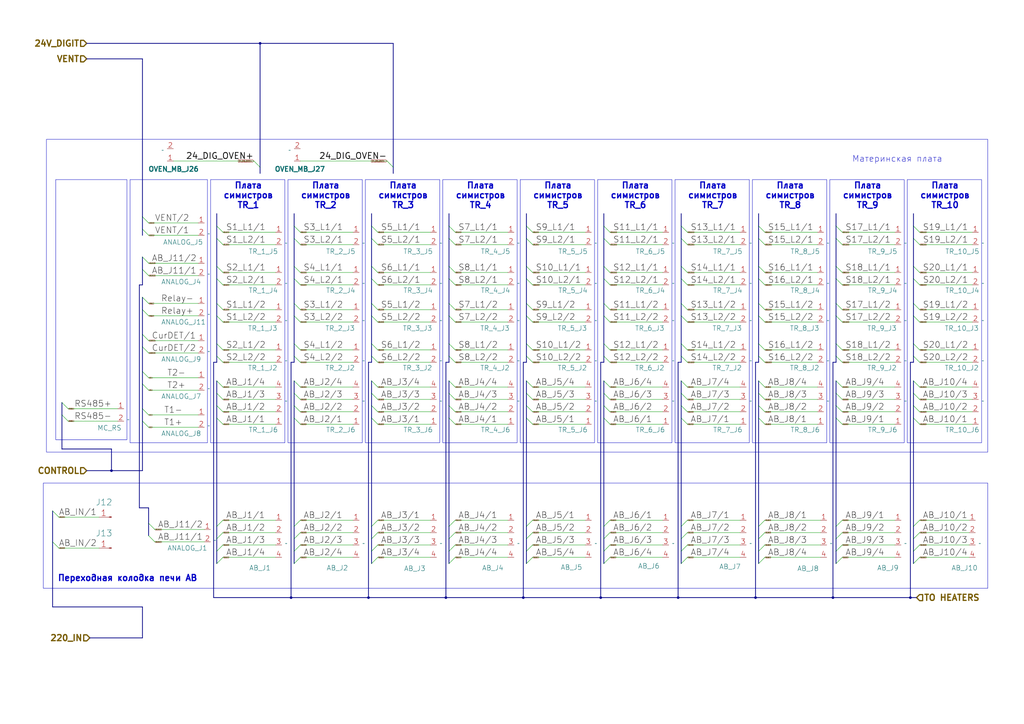
<source format=kicad_sch>
(kicad_sch (version 20231120) (generator "eeschema") (generator_version "8.0")
  (paper "A3")
  (junction (at 106.68 17.78))
  (junction (at 341.63 245.11))
  (junction (at 214.63 245.11))
  (junction (at 373.38 245.11))
  (junction (at 309.88 245.11))
  (junction (at 119.38 245.11))
  (junction (at 45.72 193.04))
  (junction (at 278.13 245.11))
  (junction (at 246.38 245.11))
  (junction (at 151.13 245.11))
  (junction (at 182.88 245.11))
  (bus_entry (at 374.65 129.54) (size 2.54 2.54))
  (bus_entry (at 120.65 215.9) (size 2.54 -2.54))
  (bus_entry (at 184.15 129.54) (size 2.54 2.54))
  (bus_entry (at 184.15 156.21) (size 2.54 2.54))
  (bus_entry (at 120.65 92.71) (size 2.54 2.54))
  (bus_entry (at 58.42 142.24) (size 2.54 2.54))
  (bus_entry (at 311.15 92.71) (size 2.54 2.54))
  (bus_entry (at 88.9 215.9) (size 2.54 -2.54))
  (bus_entry (at 247.65 129.54) (size 2.54 2.54))
  (bus_entry (at 279.4 171.45) (size 2.54 2.54))
  (bus_entry (at 374.65 97.79) (size 2.54 2.54))
  (bus_entry (at 58.42 157.48) (size 2.54 2.54))
  (bus_entry (at 279.4 97.79) (size 2.54 2.54))
  (bus_entry (at 25.4 170.18) (size 2.54 2.54))
  (bus_entry (at 342.9 156.21) (size 2.54 2.54))
  (bus_entry (at 342.9 215.9) (size 2.54 -2.54))
  (bus_entry (at 21.59 222.25) (size 2.54 2.54))
  (bus_entry (at 184.15 97.79) (size 2.54 2.54))
  (bus_entry (at 88.9 226.06) (size 2.54 -2.54))
  (bus_entry (at 58.42 121.92) (size 2.54 2.54))
  (bus_entry (at 279.4 166.37) (size 2.54 2.54))
  (bus_entry (at 60.96 219.71) (size 2.54 2.54))
  (bus_entry (at 88.9 220.98) (size 2.54 -2.54))
  (bus_entry (at 88.9 231.14) (size 2.54 -2.54))
  (bus_entry (at 247.65 226.06) (size 2.54 -2.54))
  (bus_entry (at 311.15 215.9) (size 2.54 -2.54))
  (bus_entry (at 342.9 161.29) (size 2.54 2.54))
  (bus_entry (at 152.4 166.37) (size 2.54 2.54))
  (bus_entry (at 152.4 129.54) (size 2.54 2.54))
  (bus_entry (at 311.15 220.98) (size 2.54 -2.54))
  (bus_entry (at 88.9 140.97) (size 2.54 2.54))
  (bus_entry (at 215.9 140.97) (size 2.54 2.54))
  (bus_entry (at 184.15 161.29) (size 2.54 2.54))
  (bus_entry (at 374.65 114.3) (size 2.54 2.54))
  (bus_entry (at 88.9 92.71) (size 2.54 2.54))
  (bus_entry (at 88.9 97.79) (size 2.54 2.54))
  (bus_entry (at 342.9 220.98) (size 2.54 -2.54))
  (bus_entry (at 88.9 156.21) (size 2.54 2.54))
  (bus_entry (at 184.15 171.45) (size 2.54 2.54))
  (bus_entry (at 120.65 166.37) (size 2.54 2.54))
  (bus_entry (at 342.9 92.71) (size 2.54 2.54))
  (bus_entry (at 120.65 97.79) (size 2.54 2.54))
  (bus_entry (at 88.9 124.46) (size 2.54 2.54))
  (bus_entry (at 247.65 156.21) (size 2.54 2.54))
  (bus_entry (at 25.4 165.1) (size 2.54 2.54))
  (bus_entry (at 311.15 171.45) (size 2.54 2.54))
  (bus_entry (at 152.4 109.22) (size 2.54 2.54))
  (bus_entry (at 247.65 114.3) (size 2.54 2.54))
  (bus_entry (at 342.9 114.3) (size 2.54 2.54))
  (bus_entry (at 184.15 226.06) (size 2.54 -2.54))
  (bus_entry (at 279.4 146.05) (size 2.54 2.54))
  (bus_entry (at 374.65 140.97) (size 2.54 2.54))
  (bus_entry (at 247.65 215.9) (size 2.54 -2.54))
  (bus_entry (at 279.4 114.3) (size 2.54 2.54))
  (bus_entry (at 88.9 109.22) (size 2.54 2.54))
  (bus_entry (at 215.9 226.06) (size 2.54 -2.54))
  (bus_entry (at 58.42 105.41) (size 2.54 2.54))
  (bus_entry (at 311.15 140.97) (size 2.54 2.54))
  (bus_entry (at 120.65 226.06) (size 2.54 -2.54))
  (bus_entry (at 184.15 166.37) (size 2.54 2.54))
  (bus_entry (at 342.9 97.79) (size 2.54 2.54))
  (bus_entry (at 342.9 171.45) (size 2.54 2.54))
  (bus_entry (at 152.4 215.9) (size 2.54 -2.54))
  (bus_entry (at 120.65 156.21) (size 2.54 2.54))
  (bus_entry (at 279.4 124.46) (size 2.54 2.54))
  (bus_entry (at 21.59 209.55) (size 2.54 2.54))
  (bus_entry (at 279.4 220.98) (size 2.54 -2.54))
  (bus_entry (at 58.42 137.16) (size 2.54 2.54))
  (bus_entry (at 342.9 226.06) (size 2.54 -2.54))
  (bus_entry (at 120.65 140.97) (size 2.54 2.54))
  (bus_entry (at 247.65 146.05) (size 2.54 2.54))
  (bus_entry (at 184.15 215.9) (size 2.54 -2.54))
  (bus_entry (at 215.9 124.46) (size 2.54 2.54))
  (bus_entry (at 311.15 156.21) (size 2.54 2.54))
  (bus_entry (at 161.29 68.58) (size -2.54 -2.54))
  (bus_entry (at 184.15 140.97) (size 2.54 2.54))
  (bus_entry (at 374.65 215.9) (size 2.54 -2.54))
  (bus_entry (at 215.9 156.21) (size 2.54 2.54))
  (bus_entry (at 184.15 220.98) (size 2.54 -2.54))
  (bus_entry (at 279.4 109.22) (size 2.54 2.54))
  (bus_entry (at 215.9 129.54) (size 2.54 2.54))
  (bus_entry (at 152.4 140.97) (size 2.54 2.54))
  (bus_entry (at 311.15 166.37) (size 2.54 2.54))
  (bus_entry (at 279.4 161.29) (size 2.54 2.54))
  (bus_entry (at 374.65 226.06) (size 2.54 -2.54))
  (bus_entry (at 58.42 88.9) (size 2.54 2.54))
  (bus_entry (at 279.4 140.97) (size 2.54 2.54))
  (bus_entry (at 106.68 68.58) (size -2.54 -2.54))
  (bus_entry (at 311.15 226.06) (size 2.54 -2.54))
  (bus_entry (at 374.65 109.22) (size 2.54 2.54))
  (bus_entry (at 247.65 166.37) (size 2.54 2.54))
  (bus_entry (at 374.65 231.14) (size 2.54 -2.54))
  (bus_entry (at 184.15 124.46) (size 2.54 2.54))
  (bus_entry (at 279.4 226.06) (size 2.54 -2.54))
  (bus_entry (at 311.15 146.05) (size 2.54 2.54))
  (bus_entry (at 152.4 226.06) (size 2.54 -2.54))
  (bus_entry (at 184.15 146.05) (size 2.54 2.54))
  (bus_entry (at 374.65 171.45) (size 2.54 2.54))
  (bus_entry (at 152.4 171.45) (size 2.54 2.54))
  (bus_entry (at 58.42 110.49) (size 2.54 2.54))
  (bus_entry (at 120.65 231.14) (size 2.54 -2.54))
  (bus_entry (at 279.4 231.14) (size 2.54 -2.54))
  (bus_entry (at 374.65 146.05) (size 2.54 2.54))
  (bus_entry (at 184.15 109.22) (size 2.54 2.54))
  (bus_entry (at 152.4 97.79) (size 2.54 2.54))
  (bus_entry (at 120.65 114.3) (size 2.54 2.54))
  (bus_entry (at 247.65 231.14) (size 2.54 -2.54))
  (bus_entry (at 120.65 161.29) (size 2.54 2.54))
  (bus_entry (at 247.65 124.46) (size 2.54 2.54))
  (bus_entry (at 279.4 92.71) (size 2.54 2.54))
  (bus_entry (at 184.15 231.14) (size 2.54 -2.54))
  (bus_entry (at 215.9 114.3) (size 2.54 2.54))
  (bus_entry (at 342.9 146.05) (size 2.54 2.54))
  (bus_entry (at 311.15 161.29) (size 2.54 2.54))
  (bus_entry (at 374.65 220.98) (size 2.54 -2.54))
  (bus_entry (at 279.4 215.9) (size 2.54 -2.54))
  (bus_entry (at 58.42 93.98) (size 2.54 2.54))
  (bus_entry (at 311.15 97.79) (size 2.54 2.54))
  (bus_entry (at 247.65 220.98) (size 2.54 -2.54))
  (bus_entry (at 311.15 109.22) (size 2.54 2.54))
  (bus_entry (at 374.65 166.37) (size 2.54 2.54))
  (bus_entry (at 58.42 167.64) (size 2.54 2.54))
  (bus_entry (at 120.65 129.54) (size 2.54 2.54))
  (bus_entry (at 215.9 146.05) (size 2.54 2.54))
  (bus_entry (at 120.65 146.05) (size 2.54 2.54))
  (bus_entry (at 184.15 114.3) (size 2.54 2.54))
  (bus_entry (at 120.65 124.46) (size 2.54 2.54))
  (bus_entry (at 88.9 161.29) (size 2.54 2.54))
  (bus_entry (at 374.65 156.21) (size 2.54 2.54))
  (bus_entry (at 215.9 231.14) (size 2.54 -2.54))
  (bus_entry (at 120.65 109.22) (size 2.54 2.54))
  (bus_entry (at 215.9 166.37) (size 2.54 2.54))
  (bus_entry (at 152.4 161.29) (size 2.54 2.54))
  (bus_entry (at 152.4 146.05) (size 2.54 2.54))
  (bus_entry (at 152.4 156.21) (size 2.54 2.54))
  (bus_entry (at 120.65 220.98) (size 2.54 -2.54))
  (bus_entry (at 374.65 161.29) (size 2.54 2.54))
  (bus_entry (at 215.9 109.22) (size 2.54 2.54))
  (bus_entry (at 184.15 92.71) (size 2.54 2.54))
  (bus_entry (at 120.65 171.45) (size 2.54 2.54))
  (bus_entry (at 152.4 92.71) (size 2.54 2.54))
  (bus_entry (at 215.9 92.71) (size 2.54 2.54))
  (bus_entry (at 247.65 161.29) (size 2.54 2.54))
  (bus_entry (at 88.9 146.05) (size 2.54 2.54))
  (bus_entry (at 342.9 129.54) (size 2.54 2.54))
  (bus_entry (at 58.42 152.4) (size 2.54 2.54))
  (bus_entry (at 215.9 215.9) (size 2.54 -2.54))
  (bus_entry (at 152.4 231.14) (size 2.54 -2.54))
  (bus_entry (at 88.9 166.37) (size 2.54 2.54))
  (bus_entry (at 247.65 140.97) (size 2.54 2.54))
  (bus_entry (at 342.9 124.46) (size 2.54 2.54))
  (bus_entry (at 279.4 156.21) (size 2.54 2.54))
  (bus_entry (at 88.9 171.45) (size 2.54 2.54))
  (bus_entry (at 247.65 92.71) (size 2.54 2.54))
  (bus_entry (at 374.65 92.71) (size 2.54 2.54))
  (bus_entry (at 60.96 214.63) (size 2.54 2.54))
  (bus_entry (at 342.9 231.14) (size 2.54 -2.54))
  (bus_entry (at 215.9 220.98) (size 2.54 -2.54))
  (bus_entry (at 247.65 109.22) (size 2.54 2.54))
  (bus_entry (at 152.4 114.3) (size 2.54 2.54))
  (bus_entry (at 215.9 171.45) (size 2.54 2.54))
  (bus_entry (at 215.9 97.79) (size 2.54 2.54))
  (bus_entry (at 279.4 129.54) (size 2.54 2.54))
  (bus_entry (at 58.42 127) (size 2.54 2.54))
  (bus_entry (at 374.65 124.46) (size 2.54 2.54))
  (bus_entry (at 58.42 172.72) (size 2.54 2.54))
  (bus_entry (at 88.9 114.3) (size 2.54 2.54))
  (bus_entry (at 311.15 124.46) (size 2.54 2.54))
  (bus_entry (at 311.15 231.14) (size 2.54 -2.54))
  (bus_entry (at 215.9 161.29) (size 2.54 2.54))
  (bus_entry (at 152.4 124.46) (size 2.54 2.54))
  (bus_entry (at 342.9 166.37) (size 2.54 2.54))
  (bus_entry (at 247.65 171.45) (size 2.54 2.54))
  (bus_entry (at 342.9 140.97) (size 2.54 2.54))
  (bus_entry (at 311.15 129.54) (size 2.54 2.54))
  (bus_entry (at 152.4 220.98) (size 2.54 -2.54))
  (bus_entry (at 247.65 97.79) (size 2.54 2.54))
  (bus_entry (at 342.9 109.22) (size 2.54 2.54))
  (bus_entry (at 88.9 129.54) (size 2.54 2.54))
  (bus_entry (at 311.15 114.3) (size 2.54 2.54))
  (wire (pts (xy 123.19 143.51) (xy 144.78 143.51)))
  (wire (pts (xy 60.96 139.7) (xy 81.28 139.7)))
  (wire (pts (xy 27.94 172.72) (xy 48.26 172.72)))
  (wire (pts (xy 176.53 218.44) (xy 154.94 218.44)))
  (wire (pts (xy 377.19 100.33) (xy 398.78 100.33)))
  (wire (pts (xy 91.44 111.76) (xy 113.03 111.76)))
  (wire (pts (xy 60.96 124.46) (xy 81.28 124.46)))
  (wire (pts (xy 186.69 111.76) (xy 208.28 111.76)))
  (wire (pts (xy 218.44 173.99) (xy 240.03 173.99)))
  (bus (pts (xy 58.42 167.64) (xy 58.42 172.72)))
  (wire (pts (xy 377.19 158.75) (xy 398.78 158.75)))
  (bus (pts (xy 60.96 214.63) (xy 60.96 219.71)))
  (bus (pts (xy 58.42 127) (xy 58.42 137.16)))
  (wire (pts (xy 60.96 91.44) (xy 81.28 91.44)))
  (bus (pts (xy 88.9 215.9) (xy 88.9 220.98)))
  (wire (pts (xy 91.44 100.33) (xy 113.03 100.33)))
  (wire (pts (xy 281.94 132.08) (xy 303.53 132.08)))
  (bus (pts (xy 184.15 129.54) (xy 184.15 140.97)))
  (bus (pts (xy 58.42 137.16) (xy 58.42 142.24)))
  (bus (pts (xy 247.65 109.22) (xy 247.65 114.3)))
  (wire (pts (xy 60.96 154.94) (xy 81.28 154.94)))
  (wire (pts (xy 60.96 175.26) (xy 81.28 175.26)))
  (wire (pts (xy 281.94 223.52) (xy 303.53 223.52)))
  (wire (pts (xy 123.19 100.33) (xy 144.78 100.33)))
  (wire (pts (xy 250.19 213.36) (xy 271.78 213.36)))
  (bus (pts (xy 88.9 166.37) (xy 88.9 171.45)))
  (bus (pts (xy 373.38 148.59) (xy 373.38 245.11)))
  (bus (pts (xy 215.9 114.3) (xy 215.9 124.46)))
  (wire (pts (xy 91.44 95.25) (xy 113.03 95.25)))
  (wire (pts (xy 250.19 100.33) (xy 271.78 100.33)))
  (wire (pts (xy 123.19 228.6) (xy 144.78 228.6)))
  (bus (pts (xy 247.65 161.29) (xy 247.65 166.37)))
  (bus (pts (xy 214.63 245.11) (xy 246.38 245.11)))
  (bus (pts (xy 247.65 124.46) (xy 247.65 129.54)))
  (bus (pts (xy 311.15 161.29) (xy 311.15 166.37)))
  (bus (pts (xy 215.9 92.71) (xy 215.9 97.79)))
  (bus (pts (xy 184.15 87.63) (xy 184.15 92.71)))
  (wire (pts (xy 186.69 168.91) (xy 208.28 168.91)))
  (wire (pts (xy 154.94 213.36) (xy 176.53 213.36)))
  (bus (pts (xy 247.65 146.05) (xy 247.65 148.59)))
  (bus (pts (xy 58.42 24.13) (xy 58.42 88.9)))
  (wire (pts (xy 250.19 218.44) (xy 271.78 218.44)))
  (bus (pts (xy 215.9 231.14) (xy 215.9 226.06)))
  (wire (pts (xy 91.44 148.59) (xy 113.03 148.59)))
  (bus (pts (xy 342.9 146.05) (xy 342.9 148.59)))
  (bus (pts (xy 311.15 124.46) (xy 311.15 129.54)))
  (bus (pts (xy 88.9 129.54) (xy 88.9 140.97)))
  (bus (pts (xy 246.38 148.59) (xy 246.38 245.11)))
  (wire (pts (xy 91.44 228.6) (xy 113.03 228.6)))
  (wire (pts (xy 397.51 218.44) (xy 377.19 218.44)))
  (bus (pts (xy 58.42 105.41) (xy 58.42 110.49)))
  (wire (pts (xy 335.28 168.91) (xy 313.69 168.91)))
  (bus (pts (xy 151.13 148.59) (xy 151.13 245.11)))
  (wire (pts (xy 91.44 116.84) (xy 113.03 116.84)))
  (wire (pts (xy 377.19 228.6) (xy 397.51 228.6)))
  (wire (pts (xy 345.44 116.84) (xy 367.03 116.84)))
  (bus (pts (xy 36.83 261.62) (xy 58.42 261.62)))
  (bus (pts (xy 57.15 116.84) (xy 57.15 208.28)))
  (wire (pts (xy 367.03 143.51) (xy 345.44 143.51)))
  (bus (pts (xy 58.42 248.92) (xy 58.42 261.62)))
  (bus (pts (xy 88.9 226.06) (xy 88.9 220.98)))
  (bus (pts (xy 215.9 166.37) (xy 215.9 171.45)))
  (bus (pts (xy 374.65 166.37) (xy 374.65 171.45)))
  (wire (pts (xy 313.69 163.83) (xy 335.28 163.83)))
  (bus (pts (xy 58.42 157.48) (xy 58.42 167.64)))
  (bus (pts (xy 311.15 146.05) (xy 311.15 148.59)))
  (bus (pts (xy 374.65 226.06) (xy 374.65 231.14)))
  (wire (pts (xy 250.19 111.76) (xy 271.78 111.76)))
  (wire (pts (xy 91.44 158.75) (xy 113.03 158.75)))
  (wire (pts (xy 123.19 168.91) (xy 144.78 168.91)))
  (wire (pts (xy 154.94 158.75) (xy 176.53 158.75)))
  (wire (pts (xy 91.44 223.52) (xy 113.03 223.52)))
  (bus (pts (xy 152.4 140.97) (xy 152.4 146.05)))
  (bus (pts (xy 215.9 97.79) (xy 215.9 109.22)))
  (bus (pts (xy 279.4 146.05) (xy 279.4 148.59)))
  (wire (pts (xy 60.96 113.03) (xy 81.28 113.03)))
  (wire (pts (xy 60.96 160.02) (xy 81.28 160.02)))
  (bus (pts (xy 279.4 171.45) (xy 279.4 215.9)))
  (bus (pts (xy 342.9 114.3) (xy 342.9 124.46)))
  (bus (pts (xy 279.4 161.29) (xy 279.4 166.37)))
  (wire (pts (xy 313.69 213.36) (xy 336.55 213.36)))
  (bus (pts (xy 120.65 146.05) (xy 120.65 148.59)))
  (bus (pts (xy 279.4 109.22) (xy 279.4 114.3)))
  (bus (pts (xy 161.29 68.58) (xy 161.29 17.78)))
  (wire (pts (xy 345.44 100.33) (xy 367.03 100.33)))
  (wire (pts (xy 123.19 173.99) (xy 144.78 173.99)))
  (bus (pts (xy 120.65 220.98) (xy 120.65 226.06)))
  (bus (pts (xy 278.13 245.11) (xy 309.88 245.11)))
  (bus (pts (xy 342.9 215.9) (xy 342.9 220.98)))
  (bus (pts (xy 279.4 114.3) (xy 279.4 124.46)))
  (wire (pts (xy 313.69 228.6) (xy 336.55 228.6)))
  (wire (pts (xy 240.03 143.51) (xy 218.44 143.51)))
  (wire (pts (xy 313.69 148.59) (xy 335.28 148.59)))
  (bus (pts (xy 311.15 109.22) (xy 311.15 114.3)))
  (bus (pts (xy 374.65 129.54) (xy 374.65 140.97)))
  (bus (pts (xy 58.42 121.92) (xy 58.42 127)))
  (bus (pts (xy 341.63 148.59) (xy 341.63 245.11)))
  (wire (pts (xy 123.19 95.25) (xy 144.78 95.25)))
  (wire (pts (xy 281.94 127) (xy 303.53 127)))
  (bus (pts (xy 152.4 97.79) (xy 152.4 109.22)))
  (wire (pts (xy 186.69 116.84) (xy 208.28 116.84)))
  (wire (pts (xy 218.44 158.75) (xy 240.03 158.75)))
  (wire (pts (xy 281.94 111.76) (xy 303.53 111.76)))
  (wire (pts (xy 218.44 223.52) (xy 240.03 223.52)))
  (bus (pts (xy 152.4 146.05) (xy 152.4 148.59)))
  (bus (pts (xy 119.38 245.11) (xy 151.13 245.11)))
  (wire (pts (xy 377.19 116.84) (xy 398.78 116.84)))
  (bus (pts (xy 152.4 161.29) (xy 152.4 166.37)))
  (bus (pts (xy 247.65 129.54) (xy 247.65 140.97)))
  (wire (pts (xy 377.19 95.25) (xy 398.78 95.25)))
  (bus (pts (xy 374.65 220.98) (xy 374.65 215.9)))
  (bus (pts (xy 342.9 220.98) (xy 342.9 226.06)))
  (wire (pts (xy 218.44 148.59) (xy 240.03 148.59)))
  (wire (pts (xy 313.69 111.76) (xy 335.28 111.76)))
  (bus (pts (xy 374.65 171.45) (xy 374.65 215.9)))
  (bus (pts (xy 184.15 92.71) (xy 184.15 97.79)))
  (wire (pts (xy 123.19 111.76) (xy 144.78 111.76)))
  (wire (pts (xy 313.69 95.25) (xy 335.28 95.25)))
  (bus (pts (xy 88.9 148.59) (xy 87.63 148.59)))
  (wire (pts (xy 60.96 144.78) (xy 81.28 144.78)))
  (bus (pts (xy 35.56 17.78) (xy 106.68 17.78)))
  (wire (pts (xy 60.96 129.54) (xy 81.28 129.54)))
  (wire (pts (xy 154.94 223.52) (xy 176.53 223.52)))
  (bus (pts (xy 120.65 114.3) (xy 120.65 124.46)))
  (bus (pts (xy 279.4 231.14) (xy 279.4 226.06)))
  (bus (pts (xy 87.63 245.11) (xy 119.38 245.11)))
  (bus (pts (xy 45.72 193.04) (xy 58.42 193.04)))
  (bus (pts (xy 184.15 156.21) (xy 184.15 161.29)))
  (bus (pts (xy 311.15 114.3) (xy 311.15 124.46)))
  (bus (pts (xy 152.4 148.59) (xy 151.13 148.59)))
  (wire (pts (xy 281.94 158.75) (xy 303.53 158.75)))
  (bus (pts (xy 247.65 171.45) (xy 247.65 215.9)))
  (wire (pts (xy 218.44 132.08) (xy 240.03 132.08)))
  (bus (pts (xy 88.9 171.45) (xy 88.9 215.9)))
  (bus (pts (xy 311.15 156.21) (xy 311.15 161.29)))
  (wire (pts (xy 123.19 132.08) (xy 144.78 132.08)))
  (wire (pts (xy 250.19 228.6) (xy 271.78 228.6)))
  (bus (pts (xy 215.9 148.59) (xy 214.63 148.59)))
  (wire (pts (xy 377.19 132.08) (xy 398.78 132.08)))
  (bus (pts (xy 120.65 166.37) (xy 120.65 171.45)))
  (wire (pts (xy 71.12 66.04) (xy 104.14 66.04)))
  (bus (pts (xy 309.88 245.11) (xy 341.63 245.11)))
  (wire (pts (xy 186.69 95.25) (xy 208.28 95.25)))
  (bus (pts (xy 374.65 92.71) (xy 374.65 97.79)))
  (wire (pts (xy 377.19 173.99) (xy 398.78 173.99)))
  (wire (pts (xy 154.94 143.51) (xy 176.53 143.51)))
  (bus (pts (xy 58.42 110.49) (xy 58.42 116.84)))
  (wire (pts (xy 250.19 168.91) (xy 271.78 168.91)))
  (bus (pts (xy 374.65 140.97) (xy 374.65 146.05)))
  (bus (pts (xy 279.4 220.98) (xy 279.4 215.9)))
  (wire (pts (xy 281.94 100.33) (xy 303.53 100.33)))
  (bus (pts (xy 246.38 245.11) (xy 278.13 245.11)))
  (bus (pts (xy 247.65 114.3) (xy 247.65 124.46)))
  (bus (pts (xy 106.68 71.12) (xy 106.68 68.58)))
  (wire (pts (xy 154.94 132.08) (xy 176.53 132.08)))
  (bus (pts (xy 247.65 166.37) (xy 247.65 171.45)))
  (wire (pts (xy 345.44 148.59) (xy 367.03 148.59)))
  (wire (pts (xy 250.19 127) (xy 271.78 127)))
  (bus (pts (xy 342.9 148.59) (xy 341.63 148.59)))
  (bus (pts (xy 119.38 148.59) (xy 119.38 245.11)))
  (wire (pts (xy 186.69 148.59) (xy 208.28 148.59)))
  (wire (pts (xy 281.94 95.25) (xy 303.53 95.25)))
  (bus (pts (xy 120.65 87.63) (xy 120.65 92.71)))
  (wire (pts (xy 123.19 158.75) (xy 144.78 158.75)))
  (bus (pts (xy 309.88 148.59) (xy 309.88 245.11)))
  (wire (pts (xy 398.78 168.91) (xy 377.19 168.91)))
  (wire (pts (xy 218.44 111.76) (xy 240.03 111.76)))
  (bus (pts (xy 152.4 226.06) (xy 152.4 231.14)))
  (bus (pts (xy 184.15 220.98) (xy 184.15 215.9)))
  (bus (pts (xy 374.65 148.59) (xy 373.38 148.59)))
  (bus (pts (xy 247.65 226.06) (xy 247.65 231.14)))
  (wire (pts (xy 345.44 111.76) (xy 367.03 111.76)))
  (bus (pts (xy 215.9 140.97) (xy 215.9 146.05)))
  (wire (pts (xy 313.69 218.44) (xy 336.55 218.44)))
  (wire (pts (xy 345.44 173.99) (xy 367.03 173.99)))
  (wire (pts (xy 218.44 163.83) (xy 240.03 163.83)))
  (wire (pts (xy 377.19 163.83) (xy 398.78 163.83)))
  (bus (pts (xy 374.65 87.63) (xy 374.65 92.71)))
  (bus (pts (xy 311.15 87.63) (xy 311.15 92.71)))
  (bus (pts (xy 120.65 226.06) (xy 120.65 231.14)))
  (wire (pts (xy 345.44 223.52) (xy 367.03 223.52)))
  (bus (pts (xy 342.9 109.22) (xy 342.9 114.3)))
  (wire (pts (xy 27.94 167.64) (xy 48.26 167.64)))
  (bus (pts (xy 279.4 156.21) (xy 279.4 161.29)))
  (bus (pts (xy 215.9 156.21) (xy 215.9 161.29)))
  (wire (pts (xy 313.69 116.84) (xy 335.28 116.84)))
  (wire (pts (xy 281.94 173.99) (xy 303.53 173.99)))
  (wire (pts (xy 60.96 107.95) (xy 81.28 107.95)))
  (bus (pts (xy 279.4 148.59) (xy 278.13 148.59)))
  (wire (pts (xy 154.94 148.59) (xy 176.53 148.59)))
  (bus (pts (xy 311.15 231.14) (xy 311.15 226.06)))
  (bus (pts (xy 152.4 87.63) (xy 152.4 92.71)))
  (wire (pts (xy 218.44 228.6) (xy 240.03 228.6)))
  (bus (pts (xy 215.9 226.06) (xy 215.9 220.98)))
  (bus (pts (xy 152.4 156.21) (xy 152.4 161.29)))
  (bus (pts (xy 152.4 220.98) (xy 152.4 226.06)))
  (bus (pts (xy 279.4 220.98) (xy 279.4 226.06)))
  (bus (pts (xy 184.15 171.45) (xy 184.15 215.9)))
  (wire (pts (xy 60.96 170.18) (xy 81.28 170.18)))
  (bus (pts (xy 374.65 146.05) (xy 374.65 148.59)))
  (wire (pts (xy 91.44 127) (xy 113.03 127)))
  (bus (pts (xy 311.15 92.71) (xy 311.15 97.79)))
  (bus (pts (xy 342.9 87.63) (xy 342.9 92.71)))
  (bus (pts (xy 58.42 152.4) (xy 58.42 157.48)))
  (bus (pts (xy 247.65 92.71) (xy 247.65 97.79)))
  (bus (pts (xy 57.15 208.28) (xy 60.96 208.28)))
  (bus (pts (xy 215.9 109.22) (xy 215.9 114.3)))
  (wire (pts (xy 91.44 168.91) (xy 113.03 168.91)))
  (wire (pts (xy 218.44 116.84) (xy 240.03 116.84)))
  (wire (pts (xy 313.69 173.99) (xy 335.28 173.99)))
  (bus (pts (xy 373.38 245.11) (xy 375.92 245.11)))
  (bus (pts (xy 341.63 245.11) (xy 373.38 245.11)))
  (bus (pts (xy 21.59 209.55) (xy 21.59 222.25)))
  (wire (pts (xy 218.44 213.36) (xy 240.03 213.36)))
  (bus (pts (xy 21.59 248.92) (xy 58.42 248.92)))
  (bus (pts (xy 374.65 161.29) (xy 374.65 166.37)))
  (wire (pts (xy 218.44 95.25) (xy 240.03 95.25)))
  (bus (pts (xy 35.56 24.13) (xy 58.42 24.13)))
  (wire (pts (xy 154.94 173.99) (xy 176.53 173.99)))
  (wire (pts (xy 345.44 213.36) (xy 367.03 213.36)))
  (bus (pts (xy 87.63 148.59) (xy 87.63 245.11)))
  (bus (pts (xy 247.65 87.63) (xy 247.65 92.71)))
  (bus (pts (xy 184.15 124.46) (xy 184.15 129.54)))
  (wire (pts (xy 281.94 228.6) (xy 303.53 228.6)))
  (wire (pts (xy 281.94 213.36) (xy 303.53 213.36)))
  (wire (pts (xy 154.94 228.6) (xy 176.53 228.6)))
  (bus (pts (xy 342.9 129.54) (xy 342.9 140.97)))
  (bus (pts (xy 58.42 172.72) (xy 58.42 193.04)))
  (bus (pts (xy 279.4 87.63) (xy 279.4 92.71)))
  (bus (pts (xy 151.13 245.11) (xy 182.88 245.11)))
  (wire (pts (xy 154.94 163.83) (xy 176.53 163.83)))
  (wire (pts (xy 186.69 163.83) (xy 208.28 163.83)))
  (bus (pts (xy 120.65 109.22) (xy 120.65 114.3)))
  (wire (pts (xy 24.13 224.79) (xy 40.64 224.79)))
  (bus (pts (xy 374.65 124.46) (xy 374.65 129.54)))
  (bus (pts (xy 342.9 156.21) (xy 342.9 161.29)))
  (wire (pts (xy 345.44 163.83) (xy 367.03 163.83)))
  (bus (pts (xy 311.15 171.45) (xy 311.15 215.9)))
  (bus (pts (xy 342.9 124.46) (xy 342.9 129.54)))
  (bus (pts (xy 311.15 166.37) (xy 311.15 171.45)))
  (bus (pts (xy 184.15 109.22) (xy 184.15 114.3)))
  (bus (pts (xy 152.4 124.46) (xy 152.4 129.54)))
  (bus (pts (xy 152.4 114.3) (xy 152.4 124.46)))
  (bus (pts (xy 311.15 148.59) (xy 309.88 148.59)))
  (wire (pts (xy 186.69 223.52) (xy 208.28 223.52)))
  (bus (pts (xy 152.4 129.54) (xy 152.4 140.97)))
  (bus (pts (xy 120.65 129.54) (xy 120.65 140.97)))
  (bus (pts (xy 161.29 17.78) (xy 106.68 17.78)))
  (wire (pts (xy 218.44 218.44) (xy 240.03 218.44)))
  (wire (pts (xy 313.69 158.75) (xy 335.28 158.75)))
  (bus (pts (xy 88.9 124.46) (xy 88.9 129.54)))
  (wire (pts (xy 250.19 116.84) (xy 271.78 116.84)))
  (bus (pts (xy 184.15 226.06) (xy 184.15 231.14)))
  (bus (pts (xy 88.9 226.06) (xy 88.9 231.14)))
  (wire (pts (xy 123.19 66.04) (xy 158.75 66.04)))
  (bus (pts (xy 184.15 114.3) (xy 184.15 124.46)))
  (wire (pts (xy 377.19 213.36) (xy 397.51 213.36)))
  (bus (pts (xy 120.65 140.97) (xy 120.65 146.05)))
  (bus (pts (xy 88.9 87.63) (xy 88.9 92.71)))
  (wire (pts (xy 154.94 127) (xy 176.53 127)))
  (bus (pts (xy 342.9 161.29) (xy 342.9 166.37)))
  (wire (pts (xy 250.19 132.08) (xy 271.78 132.08)))
  (bus (pts (xy 120.65 92.71) (xy 120.65 97.79)))
  (bus (pts (xy 152.4 171.45) (xy 152.4 215.9)))
  (bus (pts (xy 247.65 97.79) (xy 247.65 109.22)))
  (bus (pts (xy 120.65 124.46) (xy 120.65 129.54)))
  (bus (pts (xy 25.4 170.18) (xy 25.4 165.1)))
  (wire (pts (xy 91.44 132.08) (xy 113.03 132.08)))
  (bus (pts (xy 152.4 109.22) (xy 152.4 114.3)))
  (bus (pts (xy 342.9 97.79) (xy 342.9 109.22)))
  (bus (pts (xy 374.65 97.79) (xy 374.65 109.22)))
  (wire (pts (xy 60.96 96.52) (xy 81.28 96.52)))
  (bus (pts (xy 247.65 220.98) (xy 247.65 226.06)))
  (wire (pts (xy 186.69 132.08) (xy 208.28 132.08)))
  (bus (pts (xy 279.4 129.54) (xy 279.4 140.97)))
  (bus (pts (xy 184.15 226.06) (xy 184.15 220.98)))
  (bus (pts (xy 88.9 156.21) (xy 88.9 161.29)))
  (wire (pts (xy 218.44 100.33) (xy 240.03 100.33)))
  (wire (pts (xy 377.19 127) (xy 398.78 127)))
  (bus (pts (xy 58.42 96.52) (xy 58.42 93.98)))
  (wire (pts (xy 123.19 213.36) (xy 144.78 213.36)))
  (wire (pts (xy 123.19 223.52) (xy 144.78 223.52)))
  (bus (pts (xy 21.59 248.92) (xy 21.59 222.25)))
  (bus (pts (xy 374.65 226.06) (xy 374.65 220.98)))
  (wire (pts (xy 345.44 95.25) (xy 367.03 95.25)))
  (wire (pts (xy 186.69 158.75) (xy 208.28 158.75)))
  (bus (pts (xy 247.65 220.98) (xy 247.65 215.9)))
  (bus (pts (xy 120.65 148.59) (xy 119.38 148.59)))
  (bus (pts (xy 215.9 87.63) (xy 215.9 92.71)))
  (bus (pts (xy 342.9 226.06) (xy 342.9 231.14)))
  (bus (pts (xy 279.4 166.37) (xy 279.4 171.45)))
  (wire (pts (xy 218.44 127) (xy 240.03 127)))
  (bus (pts (xy 88.9 140.97) (xy 88.9 146.05)))
  (bus (pts (xy 45.72 184.15) (xy 45.72 193.04)))
  (bus (pts (xy 374.65 114.3) (xy 374.65 124.46)))
  (bus (pts (xy 120.65 156.21) (xy 120.65 161.29)))
  (bus (pts (xy 60.96 208.28) (xy 60.96 214.63)))
  (bus (pts (xy 215.9 124.46) (xy 215.9 129.54)))
  (wire (pts (xy 377.19 223.52) (xy 397.51 223.52)))
  (wire (pts (xy 240.03 168.91) (xy 218.44 168.91)))
  (wire (pts (xy 345.44 158.75) (xy 367.03 158.75)))
  (wire (pts (xy 345.44 228.6) (xy 367.03 228.6)))
  (wire (pts (xy 186.69 213.36) (xy 208.28 213.36)))
  (wire (pts (xy 63.5 217.17) (xy 83.82 217.17)))
  (bus (pts (xy 120.65 161.29) (xy 120.65 166.37)))
  (bus (pts (xy 311.15 226.06) (xy 311.15 220.98)))
  (wire (pts (xy 123.19 218.44) (xy 144.78 218.44)))
  (wire (pts (xy 91.44 143.51) (xy 113.03 143.51)))
  (bus (pts (xy 106.68 17.78) (xy 106.68 68.58)))
  (bus (pts (xy 152.4 215.9) (xy 152.4 220.98)))
  (bus (pts (xy 278.13 148.59) (xy 278.13 245.11)))
  (bus (pts (xy 247.65 140.97) (xy 247.65 146.05)))
  (bus (pts (xy 184.15 140.97) (xy 184.15 146.05)))
  (bus (pts (xy 88.9 161.29) (xy 88.9 166.37)))
  (wire (pts (xy 250.19 173.99) (xy 271.78 173.99)))
  (bus (pts (xy 342.9 140.97) (xy 342.9 146.05)))
  (wire (pts (xy 91.44 163.83) (xy 113.03 163.83)))
  (bus (pts (xy 374.65 109.22) (xy 374.65 114.3)))
  (bus (pts (xy 247.65 148.59) (xy 246.38 148.59)))
  (wire (pts (xy 154.94 116.84) (xy 176.53 116.84)))
  (wire (pts (xy 250.19 148.59) (xy 271.78 148.59)))
  (wire (pts (xy 123.19 163.83) (xy 144.78 163.83)))
  (wire (pts (xy 154.94 168.91) (xy 176.53 168.91)))
  (wire (pts (xy 91.44 213.36) (xy 113.03 213.36)))
  (bus (pts (xy 35.56 193.04) (xy 45.72 193.04)))
  (bus (pts (xy 279.4 124.46) (xy 279.4 129.54)))
  (bus (pts (xy 215.9 215.9) (xy 215.9 220.98)))
  (wire (pts (xy 313.69 132.08) (xy 335.28 132.08)))
  (bus (pts (xy 311.15 97.79) (xy 311.15 109.22)))
  (wire (pts (xy 303.53 218.44) (xy 281.94 218.44)))
  (bus (pts (xy 152.4 166.37) (xy 152.4 171.45)))
  (bus (pts (xy 88.9 109.22) (xy 88.9 114.3)))
  (wire (pts (xy 123.19 148.59) (xy 144.78 148.59)))
  (bus (pts (xy 184.15 166.37) (xy 184.15 171.45)))
  (wire (pts (xy 250.19 223.52) (xy 271.78 223.52)))
  (bus (pts (xy 25.4 170.18) (xy 25.4 184.15)))
  (wire (pts (xy 250.19 163.83) (xy 271.78 163.83)))
  (bus (pts (xy 58.42 142.24) (xy 58.42 152.4)))
  (bus (pts (xy 215.9 161.29) (xy 215.9 166.37)))
  (wire (pts (xy 186.69 228.6) (xy 208.28 228.6)))
  (wire (pts (xy 186.69 218.44) (xy 208.28 218.44)))
  (wire (pts (xy 123.19 127) (xy 144.78 127)))
  (bus (pts (xy 311.15 220.98) (xy 311.15 215.9)))
  (bus (pts (xy 182.88 245.11) (xy 214.63 245.11)))
  (wire (pts (xy 91.44 173.99) (xy 113.03 173.99)))
  (wire (pts (xy 367.03 218.44) (xy 345.44 218.44)))
  (wire (pts (xy 313.69 100.33) (xy 335.28 100.33)))
  (wire (pts (xy 281.94 163.83) (xy 303.53 163.83)))
  (wire (pts (xy 123.19 116.84) (xy 144.78 116.84)))
  (wire (pts (xy 398.78 143.51) (xy 377.19 143.51)))
  (bus (pts (xy 374.65 156.21) (xy 374.65 161.29)))
  (wire (pts (xy 186.69 173.99) (xy 208.28 173.99)))
  (bus (pts (xy 311.15 129.54) (xy 311.15 140.97)))
  (wire (pts (xy 154.94 100.33) (xy 176.53 100.33)))
  (wire (pts (xy 63.5 222.25) (xy 83.82 222.25)))
  (bus (pts (xy 247.65 156.21) (xy 247.65 161.29)))
  (wire (pts (xy 281.94 116.84) (xy 303.53 116.84)))
  (wire (pts (xy 313.69 223.52) (xy 336.55 223.52)))
  (bus (pts (xy 279.4 92.71) (xy 279.4 97.79)))
  (wire (pts (xy 281.94 148.59) (xy 303.53 148.59)))
  (wire (pts (xy 377.19 111.76) (xy 398.78 111.76)))
  (wire (pts (xy 271.78 143.51) (xy 250.19 143.51)))
  (wire (pts (xy 250.19 95.25) (xy 271.78 95.25)))
  (wire (pts (xy 303.53 143.51) (xy 281.94 143.51)))
  (wire (pts (xy 154.94 111.76) (xy 176.53 111.76)))
  (wire (pts (xy 335.28 143.51) (xy 313.69 143.51)))
  (wire (pts (xy 250.19 158.75) (xy 271.78 158.75)))
  (bus (pts (xy 120.65 220.98) (xy 120.65 215.9)))
  (wire (pts (xy 377.19 148.59) (xy 398.78 148.59)))
  (bus (pts (xy 184.15 146.05) (xy 184.15 148.59)))
  (bus (pts (xy 214.63 148.59) (xy 214.63 245.11)))
  (bus (pts (xy 120.65 97.79) (xy 120.65 109.22)))
  (bus (pts (xy 184.15 97.79) (xy 184.15 109.22)))
  (bus (pts (xy 342.9 92.71) (xy 342.9 97.79)))
  (bus (pts (xy 279.4 97.79) (xy 279.4 109.22)))
  (bus (pts (xy 58.42 93.98) (xy 58.42 88.9)))
  (wire (pts (xy 186.69 127) (xy 208.28 127)))
  (bus (pts (xy 120.65 171.45) (xy 120.65 215.9)))
  (bus (pts (xy 161.29 71.12) (xy 161.29 68.58)))
  (bus (pts (xy 182.88 148.59) (xy 182.88 245.11)))
  (bus (pts (xy 152.4 92.71) (xy 152.4 97.79)))
  (wire (pts (xy 345.44 132.08) (xy 367.03 132.08)))
  (wire (pts (xy 154.94 95.25) (xy 176.53 95.25)))
  (bus (pts (xy 88.9 92.71) (xy 88.9 97.79)))
  (bus (pts (xy 88.9 114.3) (xy 88.9 124.46)))
  (wire (pts (xy 281.94 168.91) (xy 303.53 168.91)))
  (wire (pts (xy 91.44 218.44) (xy 113.03 218.44)))
  (bus (pts (xy 342.9 171.45) (xy 342.9 215.9)))
  (bus (pts (xy 88.9 146.05) (xy 88.9 148.59)))
  (bus (pts (xy 215.9 171.45) (xy 215.9 215.9)))
  (bus (pts (xy 184.15 161.29) (xy 184.15 166.37)))
  (bus (pts (xy 25.4 184.15) (xy 45.72 184.15)))
  (bus (pts (xy 184.15 148.59) (xy 182.88 148.59)))
  (bus (pts (xy 215.9 129.54) (xy 215.9 140.97)))
  (wire (pts (xy 367.03 168.91) (xy 345.44 168.91)))
  (wire (pts (xy 24.13 212.09) (xy 40.64 212.09)))
  (bus (pts (xy 215.9 146.05) (xy 215.9 148.59)))
  (wire (pts (xy 186.69 143.51) (xy 208.28 143.51)))
  (bus (pts (xy 88.9 97.79) (xy 88.9 109.22)))
  (wire (pts (xy 345.44 127) (xy 367.03 127)))
  (wire (pts (xy 186.69 100.33) (xy 208.28 100.33)))
  (bus (pts (xy 342.9 166.37) (xy 342.9 171.45)))
  (bus (pts (xy 279.4 140.97) (xy 279.4 146.05)))
  (wire (pts (xy 313.69 127) (xy 335.28 127)))
  (bus (pts (xy 58.42 116.84) (xy 57.15 116.84)))
  (bus (pts (xy 311.15 140.97) (xy 311.15 146.05)))
  (rectangle (start 149.86 73.66) (end 180.34 181.61))
  (rectangle (start 53.34 73.66) (end 85.09 181.61))
  (rectangle (start 118.11 73.66) (end 148.59 181.61))
  (rectangle (start 22.86 73.66) (end 52.07 180.34))
  (rectangle (start 86.36 73.66) (end 116.84 181.61))
  (rectangle (start 372.11 73.66) (end 402.59 181.61))
  (rectangle (start 340.36 73.66) (end 370.84 181.61))
  (rectangle (start 19.05 57.15) (end 405.13 185.42))
  (rectangle (start 276.86 73.66) (end 307.34 181.61))
  (rectangle (start 245.11 73.66) (end 275.59 181.61))
  (rectangle (start 17.78 198.12) (end 405.13 241.3))
  (rectangle (start 213.36 73.66) (end 243.84 181.61))
  (rectangle (start 308.61 73.66) (end 339.09 181.61))
  (rectangle (start 181.61 73.66) (end 212.09 181.61))
  (text "Плата\nсимистров\nTR_9" (at 355.854 80.264 0) (effects (font (size 2.5 2.5) (thickness 0.5) (bold yes))))
  (text "Переходная колодка печи AB" (at 52.324 237.236 0) (effects (font (size 2.5 2.5) (thickness 0.5) (bold yes))))
  (text "Плата\nсимистров\nTR_2" (at 133.604 80.264 0) (effects (font (size 2.5 2.5) (thickness 0.5) (bold yes))))
  (text "Плата\nсимистров\nTR_4" (at 197.104 80.264 0) (effects (font (size 2.5 2.5) (thickness 0.5) (bold yes))))
  (text "Плата\nсимистров\nTR_1" (at 101.854 80.264 0) (effects (font (size 2.5 2.5) (thickness 0.5) (bold yes))))
  (text "Плата\nсимистров\nTR_3" (at 165.354 80.264 0) (effects (font (size 2.5 2.5) (thickness 0.5) (bold yes))))
  (text "Плата\nсимистров\nTR_10" (at 387.604 80.264 0) (effects (font (size 2.5 2.5) (thickness 0.5) (bold yes))))
  (text "Материнская плата" (at 368.046 65.278 0) (effects (font (size 2.5 2.5))))
  (text "Плата\nсимистров\nTR_5" (at 228.854 80.264 0) (effects (font (size 2.5 2.5) (thickness 0.5) (bold yes))))
  (text "Плата\nсимистров\nTR_8" (at 324.104 80.264 0) (effects (font (size 2.5 2.5) (thickness 0.5) (bold yes))))
  (text "Плата\nсимистров\nTR_7" (at 292.354 80.264 0) (effects (font (size 2.5 2.5) (thickness 0.5) (bold yes))))
  (text "Плата\nсимистров\nTR_6" (at 260.604 80.264 0) (effects (font (size 2.5 2.5) (thickness 0.5) (bold yes))))
  (label "AB_J4{slash}4" (at 187.96 228.6 0) (effects (font (size 2.5 2.5))))
  (label "AB_J4{slash}3" (at 187.96 223.52 0) (effects (font (size 2.5 2.5))))
  (label "AB_J6{slash}2" (at 251.46 168.91 0) (effects (font (size 2.5 2.5))))
  (label "AB_J3{slash}4" (at 156.21 228.6 0) (effects (font (size 2.5 2.5))))
  (label "AB_J4{slash}1" (at 187.96 213.36 0) (effects (font (size 2.5 2.5))))
  (label "AB_J8{slash}4" (at 314.96 228.6 0) (effects (font (size 2.5 2.5))))
  (label "AB_J9{slash}4" (at 346.71 228.6 0) (effects (font (size 2.5 2.5))))
  (label "AB_J6{slash}3" (at 251.46 163.83 0) (effects (font (size 2.5 2.5))))
  (label "AB_J8{slash}1" (at 314.96 213.36 0) (effects (font (size 2.5 2.5))))
  (label "S2_L1{slash}1" (at 92.71 111.76 0) (effects (font (size 2.5 2.5))))
  (label "S15_L1{slash}1" (at 314.96 95.25 0) (effects (font (size 2.5 2.5))))
  (label "AB_J3{slash}3" (at 156.21 223.52 0) (effects (font (size 2.5 2.5))))
  (label "S8_L2{slash}2" (at 187.96 148.59 0) (effects (font (size 2.5 2.5))))
  (label "S13_L2{slash}1" (at 283.21 100.33 0) (effects (font (size 2.5 2.5))))
  (label "S10_L2{slash}1" (at 219.71 116.84 0) (effects (font (size 2.5 2.5))))
  (label "S9_L2{slash}2" (at 219.71 132.08 0) (effects (font (size 2.5 2.5))))
  (label "S16_L1{slash}1" (at 314.96 111.76 0) (effects (font (size 2.5 2.5))))
  (label "S13_L1{slash}1" (at 283.21 95.25 0) (effects (font (size 2.5 2.5))))
  (label "AB_J6{slash}3" (at 251.46 223.52 0) (effects (font (size 2.5 2.5))))
  (label "AB_J10{slash}3" (at 378.46 163.83 0) (effects (font (size 2.5 2.5))))
  (label "AB_J7{slash}4" (at 283.21 158.75 0) (effects (font (size 2.5 2.5))))
  (label "AB_J3{slash}1" (at 156.21 213.36 0) (effects (font (size 2.5 2.5))))
  (label "AB_J9{slash}2" (at 346.71 218.44 0) (effects (font (size 2.5 2.5))))
  (label "AB_J1{slash}2" (at 92.71 168.91 0) (effects (font (size 2.5 2.5))))
  (label "S17_L1{slash}1" (at 346.71 95.25 0) (effects (font (size 2.5 2.5))))
  (label "AB_J9{slash}3" (at 346.71 163.83 0) (effects (font (size 2.5 2.5))))
  (label "AB_J9{slash}2" (at 346.71 168.91 0) (effects (font (size 2.5 2.5))))
  (label "S17_L2{slash}1" (at 346.71 100.33 0) (effects (font (size 2.5 2.5))))
  (label "T2-" (at 68.58 154.94 0) (effects (font (size 2.5 2.5))))
  (label "AB_J7{slash}3" (at 283.21 223.52 0) (effects (font (size 2.5 2.5))))
  (label "AB_J11{slash}2" (at 64.77 217.17 0) (effects (font (size 2.5 2.5))))
  (label "S20_L1{slash}2" (at 378.46 143.51 0) (effects (font (size 2.5 2.5))))
  (label "Relay-" (at 66.04 124.46 0) (effects (font (size 2.5 2.5))))
  (label "AB_J3{slash}4" (at 156.21 158.75 0) (effects (font (size 2.5 2.5))))
  (label "AB_J7{slash}2" (at 283.21 168.91 0) (effects (font (size 2.5 2.5))))
  (label "S1_L2{slash}1" (at 92.71 100.33 0) (effects (font (size 2.5 2.5))))
  (label "VENT{slash}1" (at 63.5 96.52 0) (effects (font (size 2.5 2.5))))
  (label "S1_L1{slash}1" (at 92.71 95.25 0) (effects (font (size 2.5 2.5))))
  (label "AB_J2{slash}1" (at 124.46 173.99 0) (effects (font (size 2.5 2.5))))
  (label "24_DIG_OVEN-" (at 130.81 66.04 0) (effects (font (size 2.5 2.5) (thickness 0.3125))))
  (label "AB_J8{slash}3" (at 314.96 163.83 0) (effects (font (size 2.5 2.5))))
  (label "AB_J3{slash}1" (at 156.21 173.99 0) (effects (font (size 2.5 2.5))))
  (label "AB_J2{slash}3" (at 124.46 223.52 0) (effects (font (size 2.5 2.5))))
  (label "AB_J10{slash}1" (at 378.46 173.99 0) (effects (font (size 2.5 2.5))))
  (label "S7_L1{slash}2" (at 187.96 127 0) (effects (font (size 2.5 2.5))))
  (label "S20_L2{slash}2" (at 378.46 148.59 0) (effects (font (size 2.5 2.5))))
  (label "S19_L2{slash}2" (at 378.46 132.08 0) (effects (font (size 2.5 2.5))))
  (label "T2+" (at 68.58 160.02 0) (effects (font (size 2.5 2.5))))
  (label "S12_L1{slash}1" (at 251.46 111.76 0) (effects (font (size 2.5 2.5))))
  (label "T1-" (at 67.31 170.18 0) (effects (font (size 2.5 2.5))))
  (label "S6_L2{slash}1" (at 156.21 116.84 0) (effects (font (size 2.5 2.5))))
  (label "S9_L1{slash}2" (at 219.71 127 0) (effects (font (size 2.5 2.5))))
  (label "AB_J8{slash}2" (at 314.96 218.44 0) (effects (font (size 2.5 2.5))))
  (label "AB_J1{slash}2" (at 92.71 218.44 0) (effects (font (size 2.5 2.5))))
  (label "CurDET{slash}2" (at 62.23 144.78 0) (effects (font (size 2.5 2.5))))
  (label "AB_J5{slash}1" (at 219.71 173.99 0) (effects (font (size 2.5 2.5))))
  (label "S2_L2{slash}2" (at 92.71 148.59 0) (effects (font (size 2.5 2.5))))
  (label "S6_L1{slash}2" (at 156.21 143.51 0) (effects (font (size 2.5 2.5))))
  (label "AB_J8{slash}3" (at 314.96 223.52 0) (effects (font (size 2.5 2.5))))
  (label "S7_L2{slash}2" (at 187.96 132.08 0) (effects (font (size 2.5 2.5))))
  (label "S18_L2{slash}2" (at 346.71 148.59 0) (effects (font (size 2.5 2.5))))
  (label "S3_L2{slash}1" (at 124.46 100.33 0) (effects (font (size 2.5 2.5))))
  (label "VENT{slash}2" (at 63.5 91.44 0) (effects (font (size 2.5 2.5))))
  (label "AB_J10{slash}4" (at 378.46 158.75 0) (effects (font (size 2.5 2.5))))
  (label "AB_J2{slash}4" (at 124.46 158.75 0) (effects (font (size 2.5 2.5))))
  (label "S16_L2{slash}1" (at 314.96 116.84 0) (effects (font (size 2.5 2.5))))
  (label "AB_J3{slash}3" (at 156.21 163.83 0) (effects (font (size 2.5 2.5))))
  (label "AB_J8{slash}4" (at 314.96 158.75 0) (effects (font (size 2.5 2.5))))
  (label "S14_L2{slash}1" (at 283.21 116.84 0) (effects (font (size 2.5 2.5))))
  (label "AB_J4{slash}2" (at 187.96 168.91 0) (effects (font (size 2.5 2.5))))
  (label "S15_L1{slash}2" (at 314.96 127 0) (effects (font (size 2.5 2.5))))
  (label "AB_J4{slash}4" (at 187.96 158.75 0) (effects (font (size 2.5 2.5))))
  (label "S15_L2{slash}1" (at 314.96 100.33 0) (effects (font (size 2.5 2.5))))
  (label "AB_J9{slash}3" (at 346.71 223.52 0) (effects (font (size 2.5 2.5))))
  (label "AB_J6{slash}2" (at 251.46 218.44 0) (effects (font (size 2.5 2.5))))
  (label "Relay+" (at 66.04 129.54 0) (effects (font (size 2.5 2.5))))
  (label "AB_J7{slash}2" (at 283.21 218.44 0) (effects (font (size 2.5 2.5))))
  (label "S6_L1{slash}1" (at 156.21 111.76 0) (effects (font (size 2.5 2.5))))
  (label "CurDET{slash}1" (at 62.23 139.7 0) (effects (font (size 2.5 2.5))))
  (label "S6_L2{slash}2" (at 156.21 148.59 0) (effects (font (size 2.5 2.5))))
  (label "S17_L2{slash}2" (at 346.71 132.08 0) (effects (font (size 2.5 2.5))))
  (label "AB_J1{slash}1" (at 92.71 173.99 0) (effects (font (size 2.5 2.5))))
  (label "AB_J5{slash}2" (at 219.71 218.44 0) (effects (font (size 2.5 2.5))))
  (label "S10_L1{slash}1" (at 219.71 111.76 0) (effects (font (size 2.5 2.5))))
  (label "AB_J4{slash}2" (at 187.96 218.44 0) (effects (font (size 2.5 2.5))))
  (label "AB_J1{slash}1" (at 92.71 213.36 0) (effects (font (size 2.5 2.5))))
  (label "AB_J8{slash}2" (at 314.96 168.91 0) (effects (font (size 2.5 2.5))))
  (label "S2_L2{slash}1" (at 92.71 116.84 0) (effects (font (size 2.5 2.5))))
  (label "S18_L1{slash}2" (at 346.71 143.51 0) (effects (font (size 2.5 2.5))))
  (label "S11_L2{slash}1" (at 251.46 100.33 0) (effects (font (size 2.5 2.5))))
  (label "S4_L2{slash}1" (at 124.46 116.84 0) (effects (font (size 2.5 2.5))))
  (label "S19_L1{slash}2" (at 378.46 127 0) (effects (font (size 2.5 2.5))))
  (label "S14_L2{slash}2" (at 283.21 148.59 0) (effects (font (size 2.5 2.5))))
  (label "S5_L1{slash}2" (at 156.21 127 0) (effects (font (size 2.5 2.5))))
  (label "S7_L1{slash}1" (at 187.96 95.25 0) (effects (font (size 2.5 2.5))))
  (label "AB_J5{slash}3" (at 219.71 163.83 0) (effects (font (size 2.5 2.5))))
  (label "S19_L1{slash}1" (at 378.46 95.25 0) (effects (font (size 2.5 2.5))))
  (label "AB_J10{slash}2" (at 378.46 218.44 0) (effects (font (size 2.5 2.5))))
  (label "AB_J2{slash}1" (at 124.46 213.36 0) (effects (font (size 2.5 2.5))))
  (label "AB_J9{slash}4" (at 346.71 158.75 0) (effects (font (size 2.5 2.5))))
  (label "S3_L1{slash}1" (at 124.46 95.25 0) (effects (font (size 2.5 2.5))))
  (label "AB_J6{slash}1" (at 251.46 173.99 0) (effects (font (size 2.5 2.5))))
  (label "AB_J1{slash}3" (at 92.71 163.83 0) (effects (font (size 2.5 2.5))))
  (label "S4_L1{slash}1" (at 124.46 111.76 0) (effects (font (size 2.5 2.5))))
  (label "AB_J10{slash}2" (at 378.46 168.91 0) (effects (font (size 2.5 2.5))))
  (label "AB_J1{slash}3" (at 92.71 223.52 0) (effects (font (size 2.5 2.5))))
  (label "S8_L1{slash}2" (at 187.96 143.51 0) (effects (font (size 2.5 2.5))))
  (label "S16_L2{slash}2" (at 314.96 148.59 0) (effects (font (size 2.5 2.5))))
  (label "AB_J9{slash}1" (at 346.71 173.99 0) (effects (font (size 2.5 2.5))))
  (label "AB_J7{slash}1" (at 283.21 173.99 0) (effects (font (size 2.5 2.5))))
  (label "AB_J10{slash}1" (at 378.46 213.36 0) (effects (font (size 2.5 2.5))))
  (label "AB_IN{slash}2" (at 24.13 224.79 0) (effects (font (size 2.5 2.5))))
  (label "S10_L1{slash}2" (at 219.71 143.51 0) (effects (font (size 2.5 2.5))))
  (label "AB_J2{slash}4" (at 124.46 228.6 0) (effects (font (size 2.5 2.5))))
  (label "S20_L2{slash}1" (at 378.46 116.84 0) (effects (font (size 2.5 2.5))))
  (label "S3_L1{slash}2" (at 124.46 127 0) (effects (font (size 2.5 2.5))))
  (label "S18_L1{slash}1" (at 346.71 111.76 0) (effects (font (size 2.5 2.5))))
  (label "S11_L1{slash}1" (at 251.46 95.25 0) (effects (font (size 2.5 2.5))))
  (label "S1_L1{slash}2" (at 92.71 127 0) (effects (font (size 2.5 2.5))))
  (label "S8_L2{slash}1" (at 187.96 116.84 0) (effects (font (size 2.5 2.5))))
  (label "S20_L1{slash}1" (at 378.46 111.76 0) (effects (font (size 2.5 2.5))))
  (label "S19_L2{slash}1" (at 378.46 100.33 0) (effects (font (size 2.5 2.5))))
  (label "S1_L2{slash}2" (at 92.71 132.08 0) (effects (font (size 2.5 2.5))))
  (label "AB_J10{slash}4" (at 378.46 228.6 0) (effects (font (size 2.5 2.5))))
  (label "S5_L2{slash}2" (at 156.21 132.08 0) (effects (font (size 2.5 2.5))))
  (label "24_DIG_OVEN+" (at 76.2 66.04 0) (effects (font (size 2.5 2.5) (thickness 0.3125))))
  (label "AB_J9{slash}1" (at 346.71 213.36 0) (effects (font (size 2.5 2.5))))
  (label "AB_J1{slash}4" (at 92.71 158.75 0) (effects (font (size 2.5 2.5))))
  (label "S16_L1{slash}2" (at 314.96 143.51 0) (effects (font (size 2.5 2.5))))
  (label "S7_L2{slash}1" (at 187.96 100.33 0) (effects (font (size 2.5 2.5))))
  (label "S11_L1{slash}2" (at 251.46 127 0) (effects (font (size 2.5 2.5))))
  (label "AB_J1{slash}4" (at 92.71 228.6 0) (effects (font (size 2.5 2.5))))
  (label "AB_J11{slash}1" (at 62.23 113.03 0) (effects (font (size 2.5 2.5))))
  (label "AB_J2{slash}3" (at 124.46 163.83 0) (effects (font (size 2.5 2.5))))
  (label "S3_L2{slash}2" (at 124.46 132.08 0) (effects (font (size 2.5 2.5))))
  (label "S4_L1{slash}2" (at 124.46 143.51 0) (effects (font (size 2.5 2.5))))
  (label "AB_J3{slash}2" (at 156.21 218.44 0) (effects (font (size 2.5 2.5))))
  (label "S13_L1{slash}2" (at 283.21 127 0) (effects (font (size 2.5 2.5))))
  (label "AB_J5{slash}2" (at 219.71 168.91 0) (effects (font (size 2.5 2.5))))
  (label "S15_L2{slash}2" (at 314.96 132.08 0) (effects (font (size 2.5 2.5))))
  (label "S12_L2{slash}2" (at 251.46 148.59 0) (effects (font (size 2.5 2.5))))
  (label "AB_J10{slash}3" (at 378.46 223.52 0) (effects (font (size 2.5 2.5))))
  (label "T1+" (at 67.31 175.26 0) (effects (font (size 2.5 2.5))))
  (label "S5_L1{slash}1" (at 156.21 95.25 0) (effects (font (size 2.5 2.5))))
  (label "AB_J5{slash}1" (at 219.71 213.36 0) (effects (font (size 2.5 2.5))))
  (label "S17_L1{slash}2" (at 346.71 127 0) (effects (font (size 2.5 2.5))))
  (label "S5_L2{slash}1" (at 156.21 100.33 0) (effects (font (size 2.5 2.5))))
  (label "AB_J4{slash}3" (at 187.96 163.83 0) (effects (font (size 2.5 2.5))))
  (label "AB_J2{slash}2" (at 124.46 168.91 0) (effects (font (size 2.5 2.5))))
  (label "S13_L2{slash}2" (at 283.21 132.08 0) (effects (font (size 2.5 2.5))))
  (label "S2_L1{slash}2" (at 92.71 143.51 0) (effects (font (size 2.5 2.5))))
  (label "S10_L2{slash}2" (at 219.71 148.59 0) (effects (font (size 2.5 2.5))))
  (label "RS485-" (at 30.48 172.72 0) (effects (font (size 2.5 2.5))))
  (label "RS485+" (at 30.48 167.64 0) (effects (font (size 2.5 2.5))))
  (label "S9_L2{slash}1" (at 219.71 100.33 0) (effects (font (size 2.5 2.5))))
  (label "S14_L1{slash}1" (at 283.21 111.76 0) (effects (font (size 2.5 2.5))))
  (label "S12_L1{slash}2" (at 251.46 143.51 0) (effects (font (size 2.5 2.5))))
  (label "AB_J7{slash}4" (at 283.21 228.6 0) (effects (font (size 2.5 2.5))))
  (label "S11_L2{slash}2" (at 251.46 132.08 0) (effects (font (size 2.5 2.5))))
  (label "AB_IN{slash}1" (at 24.13 212.09 0) (effects (font (size 2.5 2.5))))
  (label "S4_L2{slash}2" (at 124.46 148.59 0) (effects (font (size 2.5 2.5))))
  (label "AB_J11{slash}1" (at 64.77 222.25 0) (effects (font (size 2.5 2.5))))
  (label "AB_J7{slash}1" (at 283.21 213.36 0) (effects (font (size 2.5 2.5))))
  (label "S12_L2{slash}1" (at 251.46 116.84 0) (effects (font (size 2.5 2.5))))
  (label "AB_J6{slash}1" (at 251.46 213.36 0) (effects (font (size 2.5 2.5))))
  (label "S18_L2{slash}1" (at 346.71 116.84 0) (effects (font (size 2.5 2.5))))
  (label "AB_J11{slash}2" (at 62.23 107.95 0) (effects (font (size 2.5 2.5))))
  (label "AB_J4{slash}1" (at 187.96 173.99 0) (effects (font (size 2.5 2.5))))
  (label "AB_J7{slash}3" (at 283.21 163.83 0) (effects (font (size 2.5 2.5))))
  (label "AB_J8{slash}1" (at 314.96 173.99 0) (effects (font (size 2.5 2.5))))
  (label "AB_J6{slash}4" (at 251.46 158.75 0) (effects (font (size 2.5 2.5))))
  (label "AB_J6{slash}4" (at 251.46 228.6 0) (effects (font (size 2.5 2.5))))
  (label "AB_J5{slash}4" (at 219.71 228.6 0) (effects (font (size 2.5 2.5))))
  (label "S8_L1{slash}1" (at 187.96 111.76 0) (effects (font (size 2.5 2.5))))
  (label "AB_J3{slash}2" (at 156.21 168.91 0) (effects (font (size 2.5 2.5))))
  (label "AB_J5{slash}4" (at 219.71 158.75 0) (effects (font (size 2.5 2.5))))
  (label "AB_J5{slash}3" (at 219.71 223.52 0) (effects (font (size 2.5 2.5))))
  (label "AB_J2{slash}2" (at 124.46 218.44 0) (effects (font (size 2.5 2.5))))
  (label "S14_L1{slash}2" (at 283.21 143.51 0) (effects (font (size 2.5 2.5))))
  (label "S9_L1{slash}1" (at 219.71 95.25 0) (effects (font (size 2.5 2.5))))
  (global_label "S20_L1{slash}2" (shape input) (at 377.19 143.51 0) (effects (font (size 0.3 0.3))) (property "Intersheetrefs" "${INTERSHEET_REFS}" (effects (hide yes))))
  (global_label "AB_J7{slash}1" (shape input) (at 281.94 213.36 0) (effects (font (size 0.3 0.3))) (property "Intersheetrefs" "${INTERSHEET_REFS}" (effects (hide yes))))
  (global_label "AB_J9{slash}2" (shape input) (at 345.44 218.44 0) (effects (font (size 0.3 0.3))) (property "Intersheetrefs" "${INTERSHEET_REFS}" (effects (hide yes))))
  (global_label "S9_L1{slash}2" (shape input) (at 218.44 127 0) (effects (font (size 0.3 0.3))) (property "Intersheetrefs" "${INTERSHEET_REFS}" (effects (hide yes))))
  (global_label "S16_L2{slash}2" (shape input) (at 313.69 148.59 0) (effects (font (size 0.3 0.3))) (property "Intersheetrefs" "${INTERSHEET_REFS}" (effects (hide yes))))
  (global_label "S10_L1{slash}2" (shape input) (at 218.44 143.51 0) (effects (font (size 0.3 0.3))) (property "Intersheetrefs" "${INTERSHEET_REFS}" (effects (hide yes))))
  (global_label "S8_L1{slash}2" (shape input) (at 186.69 143.51 0) (effects (font (size 0.3 0.3))) (property "Intersheetrefs" "${INTERSHEET_REFS}" (effects (hide yes))))
  (global_label "S4_L2{slash}1" (shape input) (at 123.19 143.51 0) (effects (font (size 0.3 0.3))) (property "Intersheetrefs" "${INTERSHEET_REFS}" (effects (hide yes))))
  (global_label "RS485+" (shape input) (at 27.94 167.64 0) (effects (font (size 0.3 0.3))) (property "Intersheetrefs" "${INTERSHEET_REFS}" (effects (hide yes))))
  (global_label "CurDET{slash}1" (shape input) (at 60.96 139.7 0) (effects (font (size 0.3 0.3))) (property "Intersheetrefs" "${INTERSHEET_REFS}" (effects (hide yes))))
  (global_label "S11_L1{slash}1" (shape input) (at 250.19 95.25 0) (effects (font (size 0.3 0.3))) (property "Intersheetrefs" "${INTERSHEET_REFS}" (effects (hide yes))))
  (global_label "AB_J6{slash}1" (shape input) (at 250.19 213.36 0) (effects (font (size 0.3 0.3))) (property "Intersheetrefs" "${INTERSHEET_REFS}" (effects (hide yes))))
  (global_label "AB_J4{slash}2" (shape input) (at 186.69 218.44 0) (effects (font (size 0.3 0.3))) (property "Intersheetrefs" "${INTERSHEET_REFS}" (effects (hide yes))))
  (global_label "AB_J5{slash}2" (shape input) (at 218.44 168.91 0) (effects (font (size 0.3 0.3))) (property "Intersheetrefs" "${INTERSHEET_REFS}" (effects (hide yes))))
  (global_label "AB_J3{slash}3" (shape input) (at 154.94 163.83 0) (effects (font (size 0.3 0.3))) (property "Intersheetrefs" "${INTERSHEET_REFS}" (effects (hide yes))))
  (global_label "AB_J8{slash}4" (shape input) (at 313.69 228.6 0) (effects (font (size 0.3 0.3))) (property "Intersheetrefs" "${INTERSHEET_REFS}" (effects (hide yes))))
  (global_label "S16_L1{slash}1" (shape input) (at 313.69 111.76 0) (effects (font (size 0.3 0.3))) (property "Intersheetrefs" "${INTERSHEET_REFS}" (effects (hide yes))))
  (global_label "AB_J9{slash}4" (shape input) (at 345.44 228.6 0) (effects (font (size 0.3 0.3))) (property "Intersheetrefs" "${INTERSHEET_REFS}" (effects (hide yes))))
  (global_label "S1_L2{slash}2" (shape input) (at 91.44 132.08 0) (effects (font (size 0.3 0.3))) (property "Intersheetrefs" "${INTERSHEET_REFS}" (effects (hide yes))))
  (global_label "AB_J3{slash}4" (shape input) (at 154.94 228.6 0) (effects (font (size 0.3 0.3))) (property "Intersheetrefs" "${INTERSHEET_REFS}" (effects (hide yes))))
  (global_label "AB_J6{slash}1" (shape input) (at 250.19 173.99 0) (effects (font (size 0.3 0.3))) (property "Intersheetrefs" "${INTERSHEET_REFS}" (effects (hide yes))))
  (global_label "S11_L2{slash}2" (shape input) (at 250.19 132.08 0) (effects (font (size 0.3 0.3))) (property "Intersheetrefs" "${INTERSHEET_REFS}" (effects (hide yes))))
  (global_label "AB_J10{slash}2" (shape input) (at 377.19 168.91 0) (effects (font (size 0.3 0.3))) (property "Intersheetrefs" "${INTERSHEET_REFS}" (effects (hide yes))))
  (global_label "AB_J2{slash}3" (shape input) (at 123.19 163.83 0) (effects (font (size 0.3 0.3))) (property "Intersheetrefs" "${INTERSHEET_REFS}" (effects (hide yes))))
  (global_label "AB_J6{slash}4" (shape input) (at 250.19 228.6 0) (effects (font (size 0.3 0.3))) (property "Intersheetrefs" "${INTERSHEET_REFS}" (effects (hide yes))))
  (global_label "VENT{slash}2" (shape input) (at 60.96 91.44 0) (effects (font (size 0.3 0.3))) (property "Intersheetrefs" "${INTERSHEET_REFS}" (effects (hide yes))))
  (global_label "AB_J7{slash}3" (shape input) (at 281.94 163.83 0) (effects (font (size 0.3 0.3))) (property "Intersheetrefs" "${INTERSHEET_REFS}" (effects (hide yes))))
  (global_label "S6_L2{slash}2" (shape input) (at 154.94 148.59 0) (effects (font (size 0.3 0.3))) (property "Intersheetrefs" "${INTERSHEET_REFS}" (effects (hide yes))))
  (global_label "AB_J1{slash}3" (shape input) (at 91.44 223.52 0) (effects (font (size 0.3 0.3))) (property "Intersheetrefs" "${INTERSHEET_REFS}" (effects (hide yes))))
  (global_label "AB_J1{slash}2" (shape input) (at 91.44 218.44 0) (effects (font (size 0.3 0.3))) (property "Intersheetrefs" "${INTERSHEET_REFS}" (effects (hide yes))))
  (global_label "AB_J11{slash}2" (shape input) (at 63.5 217.17 0) (effects (font (size 0.3 0.3))) (property "Intersheetrefs" "${INTERSHEET_REFS}" (effects (hide yes))))
  (global_label "S5_L2{slash}2" (shape input) (at 154.94 132.08 0) (effects (font (size 0.3 0.3))) (property "Intersheetrefs" "${INTERSHEET_REFS}" (effects (hide yes))))
  (global_label "AB_J5{slash}3" (shape input) (at 218.44 223.52 0) (effects (font (size 0.3 0.3))) (property "Intersheetrefs" "${INTERSHEET_REFS}" (effects (hide yes))))
  (global_label "AB_J4{slash}4" (shape input) (at 186.69 228.6 0) (effects (font (size 0.3 0.3))) (property "Intersheetrefs" "${INTERSHEET_REFS}" (effects (hide yes))))
  (global_label "AB_J7{slash}4" (shape input) (at 281.94 228.6 0) (effects (font (size 0.3 0.3))) (property "Intersheetrefs" "${INTERSHEET_REFS}" (effects (hide yes))))
  (global_label "AB_J5{slash}4" (shape input) (at 218.44 228.6 0) (effects (font (size 0.3 0.3))) (property "Intersheetrefs" "${INTERSHEET_REFS}" (effects (hide yes))))
  (global_label "T1-" (shape input) (at 60.96 170.18 0) (effects (font (size 0.3 0.3))) (property "Intersheetrefs" "${INTERSHEET_REFS}" (effects (hide yes))))
  (global_label "S5_L2{slash}1" (shape input) (at 154.94 100.33 0) (effects (font (size 0.3 0.3))) (property "Intersheetrefs" "${INTERSHEET_REFS}" (effects (hide yes))))
  (global_label "AB_J1{slash}1" (shape input) (at 91.44 173.99 0) (effects (font (size 0.3 0.3))) (property "Intersheetrefs" "${INTERSHEET_REFS}" (effects (hide yes))))
  (global_label "S2_L2{slash}2" (shape input) (at 91.44 148.59 0) (effects (font (size 0.3 0.3))) (property "Intersheetrefs" "${INTERSHEET_REFS}" (effects (hide yes))))
  (global_label "S19_L2{slash}1" (shape input) (at 377.19 100.33 0) (effects (font (size 0.3 0.3))) (property "Intersheetrefs" "${INTERSHEET_REFS}" (effects (hide yes))))
  (global_label "T1+" (shape input) (at 60.96 175.26 0) (effects (font (size 0.3 0.3))) (property "Intersheetrefs" "${INTERSHEET_REFS}" (effects (hide yes))))
  (global_label "S20_L2{slash}2" (shape input) (at 377.19 148.59 0) (effects (font (size 0.3 0.3))) (property "Intersheetrefs" "${INTERSHEET_REFS}" (effects (hide yes))))
  (global_label "S18_L2{slash}1" (shape input) (at 345.44 116.84 0) (effects (font (size 0.3 0.3))) (property "Intersheetrefs" "${INTERSHEET_REFS}" (effects (hide yes))))
  (global_label "AB_J8{slash}4" (shape input) (at 313.69 158.75 0) (effects (font (size 0.3 0.3))) (property "Intersheetrefs" "${INTERSHEET_REFS}" (effects (hide yes))))
  (global_label "S9_L2{slash}2" (shape input) (at 218.44 132.08 0) (effects (font (size 0.3 0.3))) (property "Intersheetrefs" "${INTERSHEET_REFS}" (effects (hide yes))))
  (global_label "S8_L2{slash}2" (shape input) (at 186.69 148.59 0) (effects (font (size 0.3 0.3))) (property "Intersheetrefs" "${INTERSHEET_REFS}" (effects (hide yes))))
  (global_label "S10_L2{slash}1" (shape input) (at 218.44 116.84 0) (effects (font (size 0.3 0.3))) (property "Intersheetrefs" "${INTERSHEET_REFS}" (effects (hide yes))))
  (global_label "S13_L2{slash}1" (shape input) (at 281.94 100.33 0) (effects (font (size 0.3 0.3))) (property "Intersheetrefs" "${INTERSHEET_REFS}" (effects (hide yes))))
  (global_label "AB_J7{slash}4" (shape input) (at 281.94 158.75 0) (effects (font (size 0.3 0.3))) (property "Intersheetrefs" "${INTERSHEET_REFS}" (effects (hide yes))))
  (global_label "AB_J8{slash}1" (shape input) (at 313.69 173.99 0) (effects (font (size 0.3 0.3))) (property "Intersheetrefs" "${INTERSHEET_REFS}" (effects (hide yes))))
  (global_label "AB_J11{slash}2" (shape input) (at 60.96 107.95 0) (effects (font (size 0.3 0.3))) (property "Intersheetrefs" "${INTERSHEET_REFS}" (effects (hide yes))))
  (global_label "AB_J2{slash}2" (shape input) (at 123.19 218.44 0) (effects (font (size 0.3 0.3))) (property "Intersheetrefs" "${INTERSHEET_REFS}" (effects (hide yes))))
  (global_label "S14_L2{slash}1" (shape input) (at 281.94 116.84 0) (effects (font (size 0.3 0.3))) (property "Intersheetrefs" "${INTERSHEET_REFS}" (effects (hide yes))))
  (global_label "S2_L1{slash}2" (shape input) (at 91.44 143.51 0) (effects (font (size 0.3 0.3))) (property "Intersheetrefs" "${INTERSHEET_REFS}" (effects (hide yes))))
  (global_label "AB_J2{slash}1" (shape input) (at 123.19 213.36 0) (effects (font (size 0.3 0.3))) (property "Intersheetrefs" "${INTERSHEET_REFS}" (effects (hide yes))))
  (global_label "S18_L1{slash}2" (shape input) (at 345.44 143.51 0) (effects (font (size 0.3 0.3))) (property "Intersheetrefs" "${INTERSHEET_REFS}" (effects (hide yes))))
  (global_label "S12_L2{slash}2" (shape input) (at 250.19 148.59 0) (effects (font (size 0.3 0.3))) (property "Intersheetrefs" "${INTERSHEET_REFS}" (effects (hide yes))))
  (global_label "S8_L1{slash}1" (shape input) (at 186.69 111.76 0) (effects (font (size 0.3 0.3))) (property "Intersheetrefs" "${INTERSHEET_REFS}" (effects (hide yes))))
  (global_label "S20_L2{slash}1" (shape input) (at 377.19 116.84 0) (effects (font (size 0.3 0.3))) (property "Intersheetrefs" "${INTERSHEET_REFS}" (effects (hide yes))))
  (global_label "AB_J6{slash}3" (shape input) (at 250.19 163.83 0) (effects (font (size 0.3 0.3))) (property "Intersheetrefs" "${INTERSHEET_REFS}" (effects (hide yes))))
  (global_label "AB_J1{slash}3" (shape input) (at 91.44 163.83 0) (effects (font (size 0.3 0.3))) (property "Intersheetrefs" "${INTERSHEET_REFS}" (effects (hide yes))))
  (global_label "S5_L1{slash}2" (shape input) (at 154.94 127 0) (effects (font (size 0.3 0.3))) (property "Intersheetrefs" "${INTERSHEET_REFS}" (effects (hide yes))))
  (global_label "S12_L1{slash}1" (shape input) (at 250.19 111.76 0) (effects (font (size 0.3 0.3))) (property "Intersheetrefs" "${INTERSHEET_REFS}" (effects (hide yes))))
  (global_label "AB_J4{slash}1" (shape input) (at 186.69 213.36 0) (effects (font (size 0.3 0.3))) (property "Intersheetrefs" "${INTERSHEET_REFS}" (effects (hide yes))))
  (global_label "AB_J10{slash}4" (shape input) (at 377.19 228.6 0) (effects (font (size 0.3 0.3))) (property "Intersheetrefs" "${INTERSHEET_REFS}" (effects (hide yes))))
  (global_label "S11_L1{slash}2" (shape input) (at 250.19 127 0) (effects (font (size 0.3 0.3))) (property "Intersheetrefs" "${INTERSHEET_REFS}" (effects (hide yes))))
  (global_label "RS485-" (shape input) (at 27.94 172.72 0) (effects (font (size 0.3 0.3))) (property "Intersheetrefs" "${INTERSHEET_REFS}" (effects (hide yes))))
  (global_label "S14_L1{slash}1" (shape input) (at 281.94 111.76 0) (effects (font (size 0.3 0.3))) (property "Intersheetrefs" "${INTERSHEET_REFS}" (effects (hide yes))))
  (global_label "S6_L1{slash}1" (shape input) (at 154.94 111.76 0) (effects (font (size 0.3 0.3))) (property "Intersheetrefs" "${INTERSHEET_REFS}" (effects (hide yes))))
  (global_label "S17_L1{slash}1" (shape input) (at 345.44 95.25 0) (effects (font (size 0.3 0.3))) (property "Intersheetrefs" "${INTERSHEET_REFS}" (effects (hide yes))))
  (global_label "AB_J9{slash}1" (shape input) (at 345.44 213.36 0) (effects (font (size 0.3 0.3))) (property "Intersheetrefs" "${INTERSHEET_REFS}" (effects (hide yes))))
  (global_label "AB_J6{slash}3" (shape input) (at 250.19 223.52 0) (effects (font (size 0.3 0.3))) (property "Intersheetrefs" "${INTERSHEET_REFS}" (effects (hide yes))))
  (global_label "AB_J5{slash}2" (shape input) (at 218.44 218.44 0) (effects (font (size 0.3 0.3))) (property "Intersheetrefs" "${INTERSHEET_REFS}" (effects (hide yes))))
  (global_label "CurDET{slash}2" (shape input) (at 60.96 144.78 0) (effects (font (size 0.3 0.3))) (property "Intersheetrefs" "${INTERSHEET_REFS}" (effects (hide yes))))
  (global_label "S6_L2{slash}1" (shape input) (at 154.94 116.84 0) (effects (font (size 0.3 0.3))) (property "Intersheetrefs" "${INTERSHEET_REFS}" (effects (hide yes))))
  (global_label "AB_J5{slash}1" (shape input) (at 218.44 213.36 0) (effects (font (size 0.3 0.3))) (property "Intersheetrefs" "${INTERSHEET_REFS}" (effects (hide yes))))
  (global_label "S10_L1{slash}1" (shape input) (at 218.44 111.76 0) (effects (font (size 0.3 0.3))) (property "Intersheetrefs" "${INTERSHEET_REFS}" (effects (hide yes))))
  (global_label "S19_L1{slash}2" (shape input) (at 377.19 127 0) (effects (font (size 0.3 0.3))) (property "Intersheetrefs" "${INTERSHEET_REFS}" (effects (hide yes))))
  (global_label "S4_L1{slash}1" (shape input) (at 123.19 111.76 0) (effects (font (size 0.3 0.3))) (property "Intersheetrefs" "${INTERSHEET_REFS}" (effects (hide yes))))
  (global_label "S7_L2{slash}1" (shape input) (at 186.69 100.33 0) (effects (font (size 0.3 0.3))) (property "Intersheetrefs" "${INTERSHEET_REFS}" (effects (hide yes))))
  (global_label "AB_J4{slash}3" (shape input) (at 186.69 163.83 0) (effects (font (size 0.3 0.3))) (property "Intersheetrefs" "${INTERSHEET_REFS}" (effects (hide yes))))
  (global_label "S1_L2{slash}1" (shape input) (at 91.44 100.33 0) (effects (font (size 0.3 0.3))) (property "Intersheetrefs" "${INTERSHEET_REFS}" (effects (hide yes))))
  (global_label "AB_J1{slash}4" (shape input) (at 91.44 228.6 0) (effects (font (size 0.3 0.3))) (property "Intersheetrefs" "${INTERSHEET_REFS}" (effects (hide yes))))
  (global_label "AB_J3{slash}3" (shape input) (at 154.94 223.52 0) (effects (font (size 0.3 0.3))) (property "Intersheetrefs" "${INTERSHEET_REFS}" (effects (hide yes))))
  (global_label "AB_J8{slash}3" (shape input) (at 313.69 163.83 0) (effects (font (size 0.3 0.3))) (property "Intersheetrefs" "${INTERSHEET_REFS}" (effects (hide yes))))
  (global_label "AB_J7{slash}2" (shape input) (at 281.94 218.44 0) (effects (font (size 0.3 0.3))) (property "Intersheetrefs" "${INTERSHEET_REFS}" (effects (hide yes))))
  (global_label "AB_J1{slash}1" (shape input) (at 91.44 213.36 0) (effects (font (size 0.3 0.3))) (property "Intersheetrefs" "${INTERSHEET_REFS}" (effects (hide yes))))
  (global_label "AB_J7{slash}1" (shape input) (at 281.94 173.99 0) (effects (font (size 0.3 0.3))) (property "Intersheetrefs" "${INTERSHEET_REFS}" (effects (hide yes))))
  (global_label "AB_J8{slash}1" (shape input) (at 313.69 213.36 0) (effects (font (size 0.3 0.3))) (property "Intersheetrefs" "${INTERSHEET_REFS}" (effects (hide yes))))
  (global_label "S4_L2{slash}2" (shape input) (at 123.19 148.59 0) (effects (font (size 0.3 0.3))) (property "Intersheetrefs" "${INTERSHEET_REFS}" (effects (hide yes))))
  (global_label "S19_L2{slash}2" (shape input) (at 377.19 132.08 0) (effects (font (size 0.3 0.3))) (property "Intersheetrefs" "${INTERSHEET_REFS}" (effects (hide yes))))
  (global_label "AB_J3{slash}1" (shape input) (at 154.94 173.99 0) (effects (font (size 0.3 0.3))) (property "Intersheetrefs" "${INTERSHEET_REFS}" (effects (hide yes))))
  (global_label "S3_L1{slash}1" (shape input) (at 123.19 95.25 0) (effects (font (size 0.3 0.3))) (property "Intersheetrefs" "${INTERSHEET_REFS}" (effects (hide yes))))
  (global_label "AB_J3{slash}2" (shape input) (at 154.94 168.91 0) (effects (font (size 0.3 0.3))) (property "Intersheetrefs" "${INTERSHEET_REFS}" (effects (hide yes))))
  (global_label "Relay+" (shape input) (at 60.96 129.54 0) (effects (font (size 0.3 0.3))) (property "Intersheetrefs" "${INTERSHEET_REFS}" (effects (hide yes))))
  (global_label "S14_L2{slash}2" (shape input) (at 281.94 148.59 0) (effects (font (size 0.3 0.3))) (property "Intersheetrefs" "${INTERSHEET_REFS}" (effects (hide yes))))
  (global_label "AB_J1{slash}2" (shape input) (at 91.44 168.91 0) (effects (font (size 0.3 0.3))) (property "Intersheetrefs" "${INTERSHEET_REFS}" (effects (hide yes))))
  (global_label "AB_J9{slash}2" (shape input) (at 345.44 168.91 0) (effects (font (size 0.3 0.3))) (property "Intersheetrefs" "${INTERSHEET_REFS}" (effects (hide yes))))
  (global_label "AB_J2{slash}2" (shape input) (at 123.19 168.91 0) (effects (font (size 0.3 0.3))) (property "Intersheetrefs" "${INTERSHEET_REFS}" (effects (hide yes))))
  (global_label "S16_L1{slash}2" (shape input) (at 313.69 143.51 0) (effects (font (size 0.3 0.3))) (property "Intersheetrefs" "${INTERSHEET_REFS}" (effects (hide yes))))
  (global_label "S4_L1{slash}2" (shape input) (at 123.19 132.08 0) (effects (font (size 0.3 0.3))) (property "Intersheetrefs" "${INTERSHEET_REFS}" (effects (hide yes))))
  (global_label "AB_IN{slash}1" (shape input) (at 24.13 212.09 0) (effects (font (size 0.3 0.3))) (property "Intersheetrefs" "${INTERSHEET_REFS}" (effects (hide yes))))
  (global_label "S18_L2{slash}2" (shape input) (at 345.44 148.59 0) (effects (font (size 0.3 0.3))) (property "Intersheetrefs" "${INTERSHEET_REFS}" (effects (hide yes))))
  (global_label "T2-" (shape input) (at 60.96 154.94 0) (effects (font (size 0.3 0.3))) (property "Intersheetrefs" "${INTERSHEET_REFS}" (effects (hide yes))))
  (global_label "S19_L1{slash}1" (shape input) (at 377.19 95.25 0) (effects (font (size 0.3 0.3))) (property "Intersheetrefs" "${INTERSHEET_REFS}" (effects (hide yes))))
  (global_label "AB_J2{slash}1" (shape input) (at 123.19 173.99 0) (effects (font (size 0.3 0.3))) (property "Intersheetrefs" "${INTERSHEET_REFS}" (effects (hide yes))))
  (global_label "AB_J4{slash}3" (shape input) (at 186.69 223.52 0) (effects (font (size 0.3 0.3))) (property "Intersheetrefs" "${INTERSHEET_REFS}" (effects (hide yes))))
  (global_label "AB_J1{slash}4" (shape input) (at 91.44 158.75 0) (effects (font (size 0.3 0.3))) (property "Intersheetrefs" "${INTERSHEET_REFS}" (effects (hide yes))))
  (global_label "24_DIG_OVEN+" (shape input) (at 104.14 66.04 180) (effects (font (size 0.5 0.5))) (property "Intersheetrefs" "${INTERSHEET_REFS}" (effects (hide yes))))
  (global_label "S7_L1{slash}1" (shape input) (at 186.69 95.25 0) (effects (font (size 0.3 0.3))) (property "Intersheetrefs" "${INTERSHEET_REFS}" (effects (hide yes))))
  (global_label "S15_L2{slash}2" (shape input) (at 313.69 132.08 0) (effects (font (size 0.3 0.3))) (property "Intersheetrefs" "${INTERSHEET_REFS}" (effects (hide yes))))
  (global_label "S17_L2{slash}2" (shape input) (at 345.44 132.08 0) (effects (font (size 0.3 0.3))) (property "Intersheetrefs" "${INTERSHEET_REFS}" (effects (hide yes))))
  (global_label "AB_J5{slash}4" (shape input) (at 218.44 158.75 0) (effects (font (size 0.3 0.3))) (property "Intersheetrefs" "${INTERSHEET_REFS}" (effects (hide yes))))
  (global_label "AB_J10{slash}1" (shape input) (at 377.19 213.36 0) (effects (font (size 0.3 0.3))) (property "Intersheetrefs" "${INTERSHEET_REFS}" (effects (hide yes))))
  (global_label "AB_J3{slash}1" (shape input) (at 154.94 213.36 0) (effects (font (size 0.3 0.3))) (property "Intersheetrefs" "${INTERSHEET_REFS}" (effects (hide yes))))
  (global_label "AB_J3{slash}4" (shape input) (at 154.94 158.75 0) (effects (font (size 0.3 0.3))) (property "Intersheetrefs" "${INTERSHEET_REFS}" (effects (hide yes))))
  (global_label "AB_J10{slash}1" (shape input) (at 377.19 173.99 0) (effects (font (size 0.3 0.3))) (property "Intersheetrefs" "${INTERSHEET_REFS}" (effects (hide yes))))
  (global_label "AB_J2{slash}4" (shape input) (at 123.19 228.6 0) (effects (font (size 0.3 0.3))) (property "Intersheetrefs" "${INTERSHEET_REFS}" (effects (hide yes))))
  (global_label "AB_J8{slash}2" (shape input) (at 313.69 168.91 0) (effects (font (size 0.3 0.3))) (property "Intersheetrefs" "${INTERSHEET_REFS}" (effects (hide yes))))
  (global_label "AB_J3{slash}2" (shape input) (at 154.94 218.44 0) (effects (font (size 0.3 0.3))) (property "Intersheetrefs" "${INTERSHEET_REFS}" (effects (hide yes))))
  (global_label "S12_L2{slash}1" (shape input) (at 250.19 116.84 0) (effects (font (size 0.3 0.3))) (property "Intersheetrefs" "${INTERSHEET_REFS}" (effects (hide yes))))
  (global_label "AB_J7{slash}3" (shape input) (at 281.94 223.52 0) (effects (font (size 0.3 0.3))) (property "Intersheetrefs" "${INTERSHEET_REFS}" (effects (hide yes))))
  (global_label "S16_L2{slash}1" (shape input) (at 313.69 116.84 0) (effects (font (size 0.3 0.3))) (property "Intersheetrefs" "${INTERSHEET_REFS}" (effects (hide yes))))
  (global_label "S7_L1{slash}2" (shape input) (at 186.69 127 0) (effects (font (size 0.3 0.3))) (property "Intersheetrefs" "${INTERSHEET_REFS}" (effects (hide yes))))
  (global_label "S11_L2{slash}1" (shape input) (at 250.19 100.33 0) (effects (font (size 0.3 0.3))) (property "Intersheetrefs" "${INTERSHEET_REFS}" (effects (hide yes))))
  (global_label "24_DIG_OVEN-" (shape input) (at 158.75 66.04 180) (effects (font (size 0.5 0.5))) (property "Intersheetrefs" "${INTERSHEET_REFS}" (effects (hide yes))))
  (global_label "AB_J10{slash}4" (shape input) (at 377.19 158.75 0) (effects (font (size 0.3 0.3))) (property "Intersheetrefs" "${INTERSHEET_REFS}" (effects (hide yes))))
  (global_label "S2_L1{slash}1" (shape input) (at 91.44 111.76 0) (effects (font (size 0.3 0.3))) (property "Intersheetrefs" "${INTERSHEET_REFS}" (effects (hide yes))))
  (global_label "AB_J5{slash}1" (shape input) (at 218.44 173.99 0) (effects (font (size 0.3 0.3))) (property "Intersheetrefs" "${INTERSHEET_REFS}" (effects (hide yes))))
  (global_label "AB_J9{slash}3" (shape input) (at 345.44 163.83 0) (effects (font (size 0.3 0.3))) (property "Intersheetrefs" "${INTERSHEET_REFS}" (effects (hide yes))))
  (global_label "S7_L2{slash}2" (shape input) (at 186.69 132.08 0) (effects (font (size 0.3 0.3))) (property "Intersheetrefs" "${INTERSHEET_REFS}" (effects (hide yes))))
  (global_label "S9_L2{slash}1" (shape input) (at 218.44 100.33 0) (effects (font (size 0.3 0.3))) (property "Intersheetrefs" "${INTERSHEET_REFS}" (effects (hide yes))))
  (global_label "S4_L2{slash}1" (shape input) (at 123.19 116.84 0) (effects (font (size 0.3 0.3))) (property "Intersheetrefs" "${INTERSHEET_REFS}" (effects (hide yes))))
  (global_label "AB_J9{slash}1" (shape input) (at 345.44 173.99 0) (effects (font (size 0.3 0.3))) (property "Intersheetrefs" "${INTERSHEET_REFS}" (effects (hide yes))))
  (global_label "AB_J9{slash}3" (shape input) (at 345.44 223.52 0) (effects (font (size 0.3 0.3))) (property "Intersheetrefs" "${INTERSHEET_REFS}" (effects (hide yes))))
  (global_label "Relay-" (shape input) (at 60.96 124.46 0) (effects (font (size 0.3 0.3))) (property "Intersheetrefs" "${INTERSHEET_REFS}" (effects (hide yes))))
  (global_label "S15_L1{slash}2" (shape input) (at 313.69 127 0) (effects (font (size 0.3 0.3))) (property "Intersheetrefs" "${INTERSHEET_REFS}" (effects (hide yes))))
  (global_label "S9_L1{slash}1" (shape input) (at 218.44 95.25 0) (effects (font (size 0.3 0.3))) (property "Intersheetrefs" "${INTERSHEET_REFS}" (effects (hide yes))))
  (global_label "AB_J4{slash}4" (shape input) (at 186.69 158.75 0) (effects (font (size 0.3 0.3))) (property "Intersheetrefs" "${INTERSHEET_REFS}" (effects (hide yes))))
  (global_label "S15_L1{slash}1" (shape input) (at 313.69 95.25 0) (effects (font (size 0.3 0.3))) (property "Intersheetrefs" "${INTERSHEET_REFS}" (effects (hide yes))))
  (global_label "AB_J11{slash}1" (shape input) (at 63.5 222.25 0) (effects (font (size 0.3 0.3))) (property "Intersheetrefs" "${INTERSHEET_REFS}" (effects (hide yes))))
  (global_label "AB_J2{slash}4" (shape input) (at 123.19 158.75 0) (effects (font (size 0.3 0.3))) (property "Intersheetrefs" "${INTERSHEET_REFS}" (effects (hide yes))))
  (global_label "AB_J2{slash}3" (shape input) (at 123.19 223.52 0) (effects (font (size 0.3 0.3))) (property "Intersheetrefs" "${INTERSHEET_REFS}" (effects (hide yes))))
  (global_label "S15_L2{slash}1" (shape input) (at 313.69 100.33 0) (effects (font (size 0.3 0.3))) (property "Intersheetrefs" "${INTERSHEET_REFS}" (effects (hide yes))))
  (global_label "AB_J6{slash}2" (shape input) (at 250.19 218.44 0) (effects (font (size 0.3 0.3))) (property "Intersheetrefs" "${INTERSHEET_REFS}" (effects (hide yes))))
  (global_label "AB_J4{slash}1" (shape input) (at 186.69 173.99 0) (effects (font (size 0.3 0.3))) (property "Intersheetrefs" "${INTERSHEET_REFS}" (effects (hide yes))))
  (global_label "AB_J7{slash}2" (shape input) (at 281.94 168.91 0) (effects (font (size 0.3 0.3))) (property "Intersheetrefs" "${INTERSHEET_REFS}" (effects (hide yes))))
  (global_label "S8_L2{slash}1" (shape input) (at 186.69 116.84 0) (effects (font (size 0.3 0.3))) (property "Intersheetrefs" "${INTERSHEET_REFS}" (effects (hide yes))))
  (global_label "S18_L1{slash}1" (shape input) (at 345.44 111.76 0) (effects (font (size 0.3 0.3))) (property "Intersheetrefs" "${INTERSHEET_REFS}" (effects (hide yes))))
  (global_label "S3_L2{slash}1" (shape input) (at 123.19 100.33 0) (effects (font (size 0.3 0.3))) (property "Intersheetrefs" "${INTERSHEET_REFS}" (effects (hide yes))))
  (global_label "AB_J9{slash}4" (shape input) (at 345.44 158.75 0) (effects (font (size 0.3 0.3))) (property "Intersheetrefs" "${INTERSHEET_REFS}" (effects (hide yes))))
  (global_label "AB_IN{slash}2" (shape input) (at 24.13 224.79 0) (effects (font (size 0.3 0.3))) (property "Intersheetrefs" "${INTERSHEET_REFS}" (effects (hide yes))))
  (global_label "AB_J6{slash}2" (shape input) (at 250.19 168.91 0) (effects (font (size 0.3 0.3))) (property "Intersheetrefs" "${INTERSHEET_REFS}" (effects (hide yes))))
  (global_label "S1_L1{slash}1" (shape input) (at 91.44 95.25 0) (effects (font (size 0.3 0.3))) (property "Intersheetrefs" "${INTERSHEET_REFS}" (effects (hide yes))))
  (global_label "AB_J8{slash}2" (shape input) (at 313.69 218.44 0) (effects (font (size 0.3 0.3))) (property "Intersheetrefs" "${INTERSHEET_REFS}" (effects (hide yes))))
  (global_label "AB_J5{slash}3" (shape input) (at 218.44 163.83 0) (effects (font (size 0.3 0.3))) (property "Intersheetrefs" "${INTERSHEET_REFS}" (effects (hide yes))))
  (global_label "S5_L1{slash}1" (shape input) (at 154.94 95.25 0) (effects (font (size 0.3 0.3))) (property "Intersheetrefs" "${INTERSHEET_REFS}" (effects (hide yes))))
  (global_label "S14_L1{slash}2" (shape input) (at 281.94 143.51 0) (effects (font (size 0.3 0.3))) (property "Intersheetrefs" "${INTERSHEET_REFS}" (effects (hide yes))))
  (global_label "S1_L1{slash}2" (shape input) (at 91.44 127 0) (effects (font (size 0.3 0.3))) (property "Intersheetrefs" "${INTERSHEET_REFS}" (effects (hide yes))))
  (global_label "S17_L1{slash}2" (shape input) (at 345.44 127 0) (effects (font (size 0.3 0.3))) (property "Intersheetrefs" "${INTERSHEET_REFS}" (effects (hide yes))))
  (global_label "S13_L1{slash}1" (shape input) (at 281.94 95.25 0) (effects (font (size 0.3 0.3))) (property "Intersheetrefs" "${INTERSHEET_REFS}" (effects (hide yes))))
  (global_label "AB_J11{slash}1" (shape input) (at 60.96 113.03 0) (effects (font (size 0.3 0.3))) (property "Intersheetrefs" "${INTERSHEET_REFS}" (effects (hide yes))))
  (global_label "AB_J4{slash}2" (shape input) (at 186.69 168.91 0) (effects (font (size 0.3 0.3))) (property "Intersheetrefs" "${INTERSHEET_REFS}" (effects (hide yes))))
  (global_label "AB_J8{slash}3" (shape input) (at 313.69 223.52 0) (effects (font (size 0.3 0.3))) (property "Intersheetrefs" "${INTERSHEET_REFS}" (effects (hide yes))))
  (global_label "S17_L2{slash}1" (shape input) (at 345.44 100.33 0) (effects (font (size 0.3 0.3))) (property "Intersheetrefs" "${INTERSHEET_REFS}" (effects (hide yes))))
  (global_label "S2_L2{slash}1" (shape input) (at 91.44 116.84 0) (effects (font (size 0.3 0.3))) (property "Intersheetrefs" "${INTERSHEET_REFS}" (effects (hide yes))))
  (global_label "S6_L1{slash}2" (shape input) (at 154.94 143.51 0) (effects (font (size 0.3 0.3))) (property "Intersheetrefs" "${INTERSHEET_REFS}" (effects (hide yes))))
  (global_label "S20_L1{slash}1" (shape input) (at 377.19 111.76 0) (effects (font (size 0.3 0.3))) (property "Intersheetrefs" "${INTERSHEET_REFS}" (effects (hide yes))))
  (global_label "S10_L2{slash}2" (shape input) (at 218.44 148.59 0) (effects (font (size 0.3 0.3))) (property "Intersheetrefs" "${INTERSHEET_REFS}" (effects (hide yes))))
  (global_label "AB_J6{slash}4" (shape input) (at 250.19 158.75 0) (effects (font (size 0.3 0.3))) (property "Intersheetrefs" "${INTERSHEET_REFS}" (effects (hide yes))))
  (global_label "S13_L2{slash}2" (shape input) (at 281.94 132.08 0) (effects (font (size 0.3 0.3))) (property "Intersheetrefs" "${INTERSHEET_REFS}" (effects (hide yes))))
  (global_label "AB_J10{slash}3" (shape input) (at 377.19 223.52 0) (effects (font (size 0.3 0.3))) (property "Intersheetrefs" "${INTERSHEET_REFS}" (effects (hide yes))))
  (global_label "S12_L1{slash}2" (shape input) (at 250.19 143.51 0) (effects (font (size 0.3 0.3))) (property "Intersheetrefs" "${INTERSHEET_REFS}" (effects (hide yes))))
  (global_label "S13_L1{slash}2" (shape input) (at 281.94 127 0) (effects (font (size 0.3 0.3))) (property "Intersheetrefs" "${INTERSHEET_REFS}" (effects (hide yes))))
  (global_label "VENT{slash}1" (shape input) (at 60.96 96.52 0) (effects (font (size 0.3 0.3))) (property "Intersheetrefs" "${INTERSHEET_REFS}" (effects (hide yes))))
  (global_label "AB_J10{slash}2" (shape input) (at 377.19 218.44 0) (effects (font (size 0.3 0.3))) (property "Intersheetrefs" "${INTERSHEET_REFS}" (effects (hide yes))))
  (global_label "S3_L1{slash}2" (shape input) (at 123.19 127 0) (effects (font (size 0.3 0.3))) (property "Intersheetrefs" "${INTERSHEET_REFS}" (effects (hide yes))))
  (global_label "AB_J10{slash}3" (shape input) (at 377.19 163.83 0) (effects (font (size 0.3 0.3))) (property "Intersheetrefs" "${INTERSHEET_REFS}" (effects (hide yes))))
  (global_label "T2+" (shape input) (at 60.96 160.02 0) (effects (font (size 0.3 0.3))) (property "Intersheetrefs" "${INTERSHEET_REFS}" (effects (hide yes))))
  (hierarchical_label "TO HEATERS" (shape input) (at 375.92 245.11 0) (effects (font (size 2.5 2.5) (thickness 0.5) (bold yes))))
  (hierarchical_label "220_IN" (shape input) (at 36.83 261.62 180) (effects (font (size 2.5 2.5) (thickness 0.5) (bold yes))))
  (hierarchical_label "CONTROL" (shape input) (at 35.56 193.04 180) (effects (font (size 2.5 2.5) (thickness 0.5) (bold yes))))
  (hierarchical_label "VENT" (shape input) (at 35.56 24.13 180) (effects (font (size 2.5 2.5) (thickness 0.5) (bold yes))))
  (hierarchical_label "24V_DIGIT" (shape input) (at 35.56 17.78 180) (effects (font (size 2.5 2.5) (thickness 0.5) (bold yes))))
  (symbol (lib_id "Connector:Conn_01x02_(wide)") (at 83.82 119.38 0) (unit 1)
    (property "Reference" "ANALOG_J11" (at 66.04 132.08 0) (effects (font (size 2 2)) (justify left)))
    (property "Value" "~" (at 85.09 128.905 0) (effects (justify left)))
  )
  (symbol (lib_id "Connector:Conn_01x02_(wide)") (at 120.65 71.12 180) (unit 1)
    (property "Reference" "OVEN_MB_J27" (at 133.604 69.342 0) (effects (font (size 2 2) (thickness 0.4) (bold yes)) (justify left)))
    (property "Value" "~" (at 119.38 61.595 0) (effects (justify left)))
  )
  (symbol (lib_id "Connector:Conn_01x02_(wide)") (at 147.32 138.43 0) (unit 1)
    (property "Reference" "TR_2_J2" (at 133.35 150.876 0) (effects (font (size 2 2)) (justify left)))
    (property "Value" "~" (at 148.59 147.955 0) (effects (justify left)))
  )
  (symbol (lib_id "Connector:Conn_01x02_(wide)") (at 179.07 121.92 0) (unit 1)
    (property "Reference" "TR_3_J3" (at 165.1 134.62 0) (effects (font (size 2 2)) (justify left)))
    (property "Value" "~" (at 180.34 131.445 0) (effects (justify left)))
  )
  (symbol (lib_id "Connector:Conn_01x02_(wide)") (at 337.82 138.43 0) (unit 1)
    (property "Reference" "TR_8_J2" (at 323.85 150.876 0) (effects (font (size 2 2)) (justify left)))
    (property "Value" "~" (at 339.09 147.955 0) (effects (justify left)))
  )
  (symbol (lib_id "Connector:Conn_01x04_(wide)") (at 306.07 208.28 0) (unit 1)
    (property "Reference" "AB_J7" (at 294.894 232.41 0) (effects (font (size 2 2)) (justify left)))
    (property "Value" "~" (at 307.34 222.885 0) (effects (justify left)))
  )
  (symbol (lib_id "Connector:Conn_01x04_(wide)") (at 179.07 179.07 0) (mirror x) (unit 1)
    (property "Reference" "TR_3_J6" (at 165.354 176.276 0) (effects (font (size 2 2)) (justify left)))
    (property "Value" "~" (at 180.34 164.465 0) (effects (justify left)))
  )
  (symbol (lib_id "Connector:Conn_01x02_(wide)") (at 401.32 138.43 0) (unit 1)
    (property "Reference" "TR_10_J2" (at 387.35 150.876 0) (effects (font (size 2 2)) (justify left)))
    (property "Value" "~" (at 402.59 147.955 0) (effects (justify left)))
  )
  (symbol (lib_id "Connector:Conn_01x04_(wide)") (at 115.57 208.28 0) (unit 1)
    (property "Reference" "AB_J1" (at 102.108 232.918 0) (effects (font (size 2 2)) (justify left)))
    (property "Value" "~" (at 116.84 222.885 0) (effects (justify left)))
  )
  (symbol (lib_id "Connector:Conn_01x02_(wide)") (at 68.58 71.12 180) (unit 1)
    (property "Reference" "OVEN_MB_J26" (at 81.788 69.342 0) (effects (font (size 2 2) (thickness 0.4) (bold yes)) (justify left)))
    (property "Value" "~" (at 67.31 61.595 0) (effects (justify left)))
  )
  (symbol (lib_id "Connector:Conn_01x02_(wide)") (at 242.57 90.17 0) (unit 1)
    (property "Reference" "TR_5_J5" (at 228.854 103.124 0) (effects (font (size 2 2)) (justify left)))
    (property "Value" "~" (at 243.84 99.695 0) (effects (justify left)))
  )
  (symbol (lib_id "Connector:Conn_01x02_(wide)") (at 147.32 106.68 0) (unit 1)
    (property "Reference" "TR_2_J4" (at 133.604 119.126 0) (effects (font (size 2 2)) (justify left)))
    (property "Value" "~" (at 148.59 116.205 0) (effects (justify left)))
  )
  (symbol (lib_id "Connector:Conn_01x04_(wide)") (at 401.32 179.07 0) (mirror x) (unit 1)
    (property "Reference" "TR_10_J6" (at 387.604 176.276 0) (effects (font (size 2 2)) (justify left)))
    (property "Value" "~" (at 402.59 164.465 0) (effects (justify left)))
  )
  (symbol (lib_id "Connector:Conn_01x04_(wide)") (at 147.32 179.07 0) (mirror x) (unit 1)
    (property "Reference" "TR_2_J6" (at 133.604 176.276 0) (effects (font (size 2 2)) (justify left)))
    (property "Value" "~" (at 148.59 164.465 0) (effects (justify left)))
  )
  (symbol (lib_id "Connector:Conn_01x02_(wide)") (at 274.32 90.17 0) (unit 1)
    (property "Reference" "TR_6_J5" (at 260.604 103.124 0) (effects (font (size 2 2)) (justify left)))
    (property "Value" "~" (at 275.59 99.695 0) (effects (justify left)))
  )
  (symbol (lib_id "Connector:Conn_01x02_(wide)") (at 274.32 138.43 0) (unit 1)
    (property "Reference" "TR_6_J2" (at 260.35 150.876 0) (effects (font (size 2 2)) (justify left)))
    (property "Value" "~" (at 275.59 147.955 0) (effects (justify left)))
  )
  (symbol (lib_id "Connector:Conn_01x02_(wide)") (at 179.07 138.43 0) (unit 1)
    (property "Reference" "TR_3_J2" (at 165.1 150.876 0) (effects (font (size 2 2)) (justify left)))
    (property "Value" "~" (at 180.34 147.955 0) (effects (justify left)))
  )
  (symbol (lib_id "Connector:Conn_01x04_(wide)") (at 242.57 179.07 0) (mirror x) (unit 1)
    (property "Reference" "TR_5_J6" (at 228.854 176.276 0) (effects (font (size 2 2)) (justify left)))
    (property "Value" "~" (at 243.84 164.465 0) (effects (justify left)))
  )
  (symbol (lib_id "Connector:Conn_01x02_(wide)") (at 337.82 106.68 0) (unit 1)
    (property "Reference" "TR_8_J4" (at 324.104 119.126 0) (effects (font (size 2 2)) (justify left)))
    (property "Value" "~" (at 339.09 116.205 0) (effects (justify left)))
  )
  (symbol (lib_id "Connector:Conn_01x02_(wide)") (at 306.07 90.17 0) (unit 1)
    (property "Reference" "TR_7_J5" (at 292.354 103.124 0) (effects (font (size 2 2)) (justify left)))
    (property "Value" "~" (at 307.34 99.695 0) (effects (justify left)))
  )
  (symbol (lib_id "Connector:Conn_01x02_(wide)") (at 369.57 90.17 0) (unit 1)
    (property "Reference" "TR_9_J5" (at 355.854 103.124 0) (effects (font (size 2 2)) (justify left)))
    (property "Value" "~" (at 370.84 99.695 0) (effects (justify left)))
  )
  (symbol (lib_id "Connector:Conn_01x02_(wide)") (at 179.07 90.17 0) (unit 1)
    (property "Reference" "TR_3_J5" (at 165.354 103.124 0) (effects (font (size 2 2)) (justify left)))
    (property "Value" "~" (at 180.34 99.695 0) (effects (justify left)))
  )
  (symbol (lib_id "Connector:Conn_01x02_(wide)") (at 83.82 86.36 0) (unit 1)
    (property "Reference" "ANALOG_J5" (at 66.802 99.314 0) (effects (font (size 2 2)) (justify left)))
    (property "Value" "~" (at 85.09 95.885 0) (effects (justify left)))
  )
  (symbol (lib_id "Connector:Conn_01x04_(wide)") (at 400.05 208.28 0) (unit 1)
    (property "Reference" "AB_J10" (at 390.144 232.918 0) (effects (font (size 2 2)) (justify left)))
    (property "Value" "~" (at 401.32 222.885 0) (effects (justify left)))
  )
  (symbol (lib_id "Connector:Conn_01x04_(wide)") (at 339.09 208.28 0) (unit 1)
    (property "Reference" "AB_J8" (at 326.898 233.172 0) (effects (font (size 2 2)) (justify left)))
    (property "Value" "~" (at 340.36 222.885 0) (effects (justify left)))
  )
  (symbol (lib_id "Connector:Conn_01x02_(wide)") (at 401.32 106.68 0) (unit 1)
    (property "Reference" "TR_10_J4" (at 387.604 119.126 0) (effects (font (size 2 2)) (justify left)))
    (property "Value" "~" (at 402.59 116.205 0) (effects (justify left)))
  )
  (symbol (lib_id "Connector:Conn_01x02_(wide)") (at 210.82 138.43 0) (unit 1)
    (property "Reference" "TR_4_J2" (at 196.85 150.876 0) (effects (font (size 2 2)) (justify left)))
    (property "Value" "~" (at 212.09 147.955 0) (effects (justify left)))
  )
  (symbol (lib_id "Connector:Conn_01x02_(wide)") (at 86.36 212.09 0) (unit 1)
    (property "Reference" "ANALOG_J1" (at 68.58 224.79 0) (effects (font (size 2 2)) (justify left)))
    (property "Value" "~" (at 87.63 221.615 0) (effects (justify left)))
  )
  (symbol (lib_id "Connector:Conn_01x02_(wide)") (at 83.82 134.62 0) (unit 1)
    (property "Reference" "ANALOG_J9" (at 66.04 147.32 0) (effects (font (size 2 2)) (justify left)))
    (property "Value" "~" (at 85.09 144.145 0) (effects (justify left)))
  )
  (symbol (lib_id "Connector:Conn_01x02_(wide)") (at 83.82 102.87 0) (unit 1)
    (property "Reference" "ANALOG_J4" (at 66.04 115.57 0) (effects (font (size 2 2)) (justify left)))
    (property "Value" "~" (at 85.09 112.395 0) (effects (justify left)))
  )
  (symbol (lib_id "Connector:Conn_01x04_(wide)") (at 242.57 208.28 0) (unit 1)
    (property "Reference" "AB_J5" (at 229.87 232.664 0) (effects (font (size 2 2)) (justify left)))
    (property "Value" "~" (at 243.84 222.885 0) (effects (justify left)))
  )
  (symbol (lib_id "Connector:Conn_01x02_(wide)") (at 115.57 90.17 0) (unit 1)
    (property "Reference" "TR_1_J5" (at 101.854 103.124 0) (effects (font (size 2 2)) (justify left)))
    (property "Value" "~" (at 116.84 99.695 0) (effects (justify left)))
  )
  (symbol (lib_id "Connector:Conn_01x02_(wide)") (at 401.32 121.92 0) (unit 1)
    (property "Reference" "TR_10_J3" (at 387.35 134.62 0) (effects (font (size 2 2)) (justify left)))
    (property "Value" "~" (at 402.59 131.445 0) (effects (justify left)))
  )
  (symbol (lib_id "Connector:Conn_01x02_(wide)") (at 147.32 121.92 0) (unit 1)
    (property "Reference" "TR_2_J3" (at 133.35 134.62 0) (effects (font (size 2 2)) (justify left)))
    (property "Value" "~" (at 148.59 131.445 0) (effects (justify left)))
  )
  (symbol (lib_id "Connector:Conn_01x02_(wide)") (at 306.07 106.68 0) (unit 1)
    (property "Reference" "TR_7_J4" (at 292.354 119.126 0) (effects (font (size 2 2)) (justify left)))
    (property "Value" "~" (at 307.34 116.205 0) (effects (justify left)))
  )
  (symbol (lib_id "Connector:Conn_01x02_(wide)") (at 274.32 106.68 0) (unit 1)
    (property "Reference" "TR_6_J4" (at 260.604 119.126 0) (effects (font (size 2 2)) (justify left)))
    (property "Value" "~" (at 275.59 116.205 0) (effects (justify left)))
  )
  (symbol (lib_id "Connector:Conn_01x02_(wide)") (at 147.32 90.17 0) (unit 1)
    (property "Reference" "TR_2_J5" (at 133.604 103.124 0) (effects (font (size 2 2)) (justify left)))
    (property "Value" "~" (at 148.59 99.695 0) (effects (justify left)))
  )
  (symbol (lib_id "Connector:Conn_01x02_(wide)") (at 115.57 138.43 0) (unit 1)
    (property "Reference" "TR_1_J2" (at 101.6 150.876 0) (effects (font (size 2 2)) (justify left)))
    (property "Value" "~" (at 116.84 147.955 0) (effects (justify left)))
  )
  (symbol (lib_id "Connector:Conn_01x04_(wide)") (at 306.07 179.07 0) (mirror x) (unit 1)
    (property "Reference" "TR_7_J6" (at 292.354 176.276 0) (effects (font (size 2 2)) (justify left)))
    (property "Value" "~" (at 307.34 164.465 0) (effects (justify left)))
  )
  (symbol (lib_id "Connector:Conn_01x04_(wide)") (at 337.82 179.07 0) (mirror x) (unit 1)
    (property "Reference" "TR_8_J6" (at 324.104 176.276 0) (effects (font (size 2 2)) (justify left)))
    (property "Value" "~" (at 339.09 164.465 0) (effects (justify left)))
  )
  (symbol (lib_id "Connector:Conn_01x02_(wide)") (at 115.57 106.68 0) (unit 1)
    (property "Reference" "TR_1_J4" (at 101.854 119.126 0) (effects (font (size 2 2)) (justify left)))
    (property "Value" "~" (at 116.84 116.205 0) (effects (justify left)))
  )
  (symbol (lib_id "Connector:Conn_01x02_(wide)") (at 115.57 121.92 0) (unit 1)
    (property "Reference" "TR_1_J3" (at 101.6 134.62 0) (effects (font (size 2 2)) (justify left)))
    (property "Value" "~" (at 116.84 131.445 0) (effects (justify left)))
  )
  (symbol (lib_id "Connector:Conn_01x02_(wide)") (at 242.57 138.43 0) (unit 1)
    (property "Reference" "TR_5_J2" (at 228.6 150.876 0) (effects (font (size 2 2)) (justify left)))
    (property "Value" "~" (at 243.84 147.955 0) (effects (justify left)))
  )
  (symbol (lib_id "Connector:Conn_01x02_(wide)") (at 369.57 138.43 0) (unit 1)
    (property "Reference" "TR_9_J2" (at 355.6 150.876 0) (effects (font (size 2 2)) (justify left)))
    (property "Value" "~" (at 370.84 147.955 0) (effects (justify left)))
  )
  (symbol (lib_id "Connector:Conn_01x02_(wide)") (at 306.07 121.92 0) (unit 1)
    (property "Reference" "TR_7_J3" (at 292.1 134.62 0) (effects (font (size 2 2)) (justify left)))
    (property "Value" "~" (at 307.34 131.445 0) (effects (justify left)))
  )
  (symbol (lib_id "Connector:Conn_01x02_(wide)") (at 337.82 90.17 0) (unit 1)
    (property "Reference" "TR_8_J5" (at 324.104 103.124 0) (effects (font (size 2 2)) (justify left)))
    (property "Value" "~" (at 339.09 99.695 0) (effects (justify left)))
  )
  (symbol (lib_id "Connector:Conn_01x02_(wide)") (at 337.82 121.92 0) (unit 1)
    (property "Reference" "TR_8_J3" (at 323.85 134.62 0) (effects (font (size 2 2)) (justify left)))
    (property "Value" "~" (at 339.09 131.445 0) (effects (justify left)))
  )
  (symbol (lib_id "Connector:Conn_01x04_(wide)") (at 179.07 208.28 0) (unit 1)
    (property "Reference" "AB_J3" (at 165.608 233.172 0) (effects (font (size 2 2)) (justify left)))
    (property "Value" "~" (at 180.34 222.885 0) (effects (justify left)))
  )
  (symbol (lib_id "Connector:Conn_01x02_(wide)") (at 83.82 149.86 0) (unit 1)
    (property "Reference" "ANALOG_J7" (at 66.04 162.56 0) (effects (font (size 2 2)) (justify left)))
    (property "Value" "~" (at 85.09 159.385 0) (effects (justify left)))
  )
  (symbol (lib_id "Connector:Conn_01x02_(wide)") (at 242.57 106.68 0) (unit 1)
    (property "Reference" "TR_5_J4" (at 228.854 119.126 0) (effects (font (size 2 2)) (justify left)))
    (property "Value" "~" (at 243.84 116.205 0) (effects (justify left)))
  )
  (symbol (lib_id "Connector:Conn_01x04_(wide)") (at 274.32 208.28 0) (unit 1)
    (property "Reference" "AB_J6" (at 261.62 232.156 0) (effects (font (size 2 2)) (justify left)))
    (property "Value" "~" (at 275.59 222.885 0) (effects (justify left)))
  )
  (symbol (lib_id "Connector:Conn_01x02_(wide)") (at 210.82 106.68 0) (unit 1)
    (property "Reference" "TR_4_J4" (at 197.104 119.126 0) (effects (font (size 2 2)) (justify left)))
    (property "Value" "~" (at 212.09 116.205 0) (effects (justify left)))
  )
  (symbol (lib_id "Connector:Conn_01x04_(wide)") (at 210.82 179.07 0) (mirror x) (unit 1)
    (property "Reference" "TR_4_J6" (at 197.104 176.276 0) (effects (font (size 2 2)) (justify left)))
    (property "Value" "~" (at 212.09 164.465 0) (effects (justify left)))
  )
  (symbol (lib_id "Connector:Conn_01x02_(wide)") (at 83.82 165.1 0) (unit 1)
    (property "Reference" "ANALOG_J8" (at 66.04 177.8 0) (effects (font (size 2 2)) (justify left)))
    (property "Value" "~" (at 85.09 174.625 0) (effects (justify left)))
  )
  (symbol (lib_id "Connector:Conn_01x01_Pin_(WIDE)") (at 45.72 212.09 180) (unit 1)
    (property "Reference" "J12" (at 42.672 205.994 0) (effects (font (size 2.5 2.5))))
    (property "Value" "Conn_01x01_Pin_(WIDE)" (effects (hide yes)))
    (property "Description" "Generic connector, single row, 01x01, script generated" (effects (hide yes)))
  )
  (symbol (lib_id "Connector:Conn_01x02_(wide)") (at 50.8 162.56 0) (unit 1)
    (property "Reference" "MC_RS" (at 39.878 175.514 0) (effects (font (size 2 2)) (justify left)))
    (property "Value" "~" (at 52.07 172.085 0) (effects (justify left)))
  )
  (symbol (lib_id "Connector:Conn_01x02_(wide)") (at 210.82 90.17 0) (unit 1)
    (property "Reference" "TR_4_J5" (at 197.104 103.124 0) (effects (font (size 2 2)) (justify left)))
    (property "Value" "~" (at 212.09 99.695 0) (effects (justify left)))
  )
  (symbol (lib_id "Connector:Conn_01x04_(wide)") (at 369.57 179.07 0) (mirror x) (unit 1)
    (property "Reference" "TR_9_J6" (at 355.854 176.276 0) (effects (font (size 2 2)) (justify left)))
    (property "Value" "~" (at 370.84 164.465 0) (effects (justify left)))
  )
  (symbol (lib_id "Connector:Conn_01x02_(wide)") (at 306.07 138.43 0) (unit 1)
    (property "Reference" "TR_7_J2" (at 292.1 150.876 0) (effects (font (size 2 2)) (justify left)))
    (property "Value" "~" (at 307.34 147.955 0) (effects (justify left)))
  )
  (symbol (lib_id "Connector:Conn_01x02_(wide)") (at 274.32 121.92 0) (unit 1)
    (property "Reference" "TR_6_J3" (at 260.35 134.62 0) (effects (font (size 2 2)) (justify left)))
    (property "Value" "~" (at 275.59 131.445 0) (effects (justify left)))
  )
  (symbol (lib_id "Connector:Conn_01x04_(wide)") (at 274.32 179.07 0) (mirror x) (unit 1)
    (property "Reference" "TR_6_J6" (at 260.604 176.276 0) (effects (font (size 2 2)) (justify left)))
    (property "Value" "~" (at 275.59 164.465 0) (effects (justify left)))
  )
  (symbol (lib_id "Connector:Conn_01x02_(wide)") (at 401.32 90.17 0) (unit 1)
    (property "Reference" "TR_10_J5" (at 387.604 103.124 0) (effects (font (size 2 2)) (justify left)))
    (property "Value" "~" (at 402.59 99.695 0) (effects (justify left)))
  )
  (symbol (lib_id "Connector:Conn_01x02_(wide)") (at 242.57 121.92 0) (unit 1)
    (property "Reference" "TR_5_J3" (at 228.6 134.62 0) (effects (font (size 2 2)) (justify left)))
    (property "Value" "~" (at 243.84 131.445 0) (effects (justify left)))
  )
  (symbol (lib_id "Connector:Conn_01x04_(wide)") (at 369.57 208.28 0) (unit 1)
    (property "Reference" "AB_J9" (at 359.664 232.918 0) (effects (font (size 2 2)) (justify left)))
    (property "Value" "~" (at 370.84 222.885 0) (effects (justify left)))
  )
  (symbol (lib_id "Connector:Conn_01x04_(wide)") (at 115.57 179.07 0) (mirror x) (unit 1)
    (property "Reference" "TR_1_J6" (at 101.854 176.276 0) (effects (font (size 2 2)) (justify left)))
    (property "Value" "~" (at 116.84 164.465 0) (effects (justify left)))
  )
  (symbol (lib_id "Connector:Conn_01x02_(wide)") (at 179.07 106.68 0) (unit 1)
    (property "Reference" "TR_3_J4" (at 165.354 119.126 0) (effects (font (size 2 2)) (justify left)))
    (property "Value" "~" (at 180.34 116.205 0) (effects (justify left)))
  )
  (symbol (lib_id "Connector:Conn_01x02_(wide)") (at 210.82 121.92 0) (unit 1)
    (property "Reference" "TR_4_J3" (at 196.85 134.62 0) (effects (font (size 2 2)) (justify left)))
    (property "Value" "~" (at 212.09 131.445 0) (effects (justify left)))
  )
  (symbol (lib_id "Connector:Conn_01x04_(wide)") (at 147.32 208.28 0) (unit 1)
    (property "Reference" "AB_J2" (at 133.858 232.918 0) (effects (font (size 2 2)) (justify left)))
    (property "Value" "~" (at 148.59 222.885 0) (effects (justify left)))
  )
  (symbol (lib_id "Connector:Conn_01x01_Pin_(WIDE)") (at 45.72 224.79 180) (unit 1)
    (property "Reference" "J13" (at 42.672 218.694 0) (effects (font (size 2.5 2.5))))
    (property "Value" "Conn_01x01_Pin_(WIDE)" (effects (hide yes)))
    (property "Description" "Generic connector, single row, 01x01, script generated" (effects (hide yes)))
  )
  (symbol (lib_id "Connector:Conn_01x02_(wide)") (at 369.57 121.92 0) (unit 1)
    (property "Reference" "TR_9_J3" (at 355.6 134.62 0) (effects (font (size 2 2)) (justify left)))
    (property "Value" "~" (at 370.84 131.445 0) (effects (justify left)))
  )
  (symbol (lib_id "Connector:Conn_01x02_(wide)") (at 369.57 106.68 0) (unit 1)
    (property "Reference" "TR_9_J4" (at 355.854 119.126 0) (effects (font (size 2 2)) (justify left)))
    (property "Value" "~" (at 370.84 116.205 0) (effects (justify left)))
  )
  (symbol (lib_id "Connector:Conn_01x04_(wide)") (at 210.82 208.28 0) (unit 1)
    (property "Reference" "AB_J4" (at 197.612 232.918 0) (effects (font (size 2 2)) (justify left)))
    (property "Value" "~" (at 212.09 222.885 0) (effects (justify left)))
  )
)
</source>
